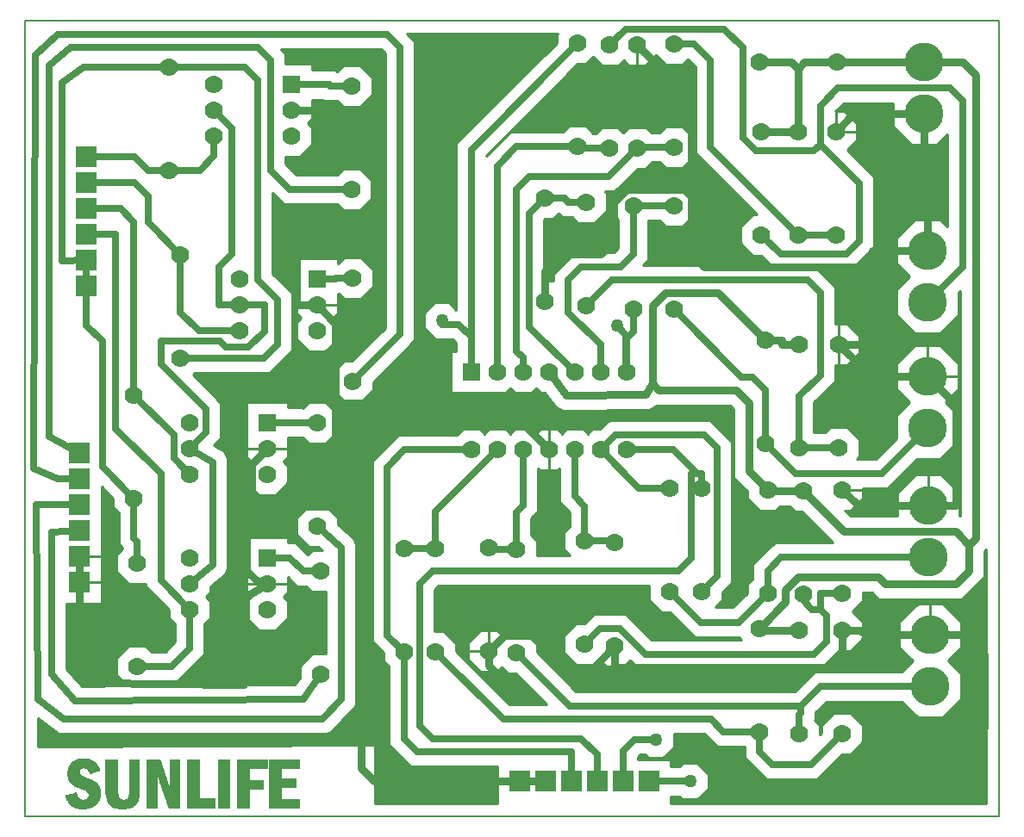
<source format=gbr>
G04 PROTEUS RS274X GERBER FILE*
%FSLAX45Y45*%
%MOMM*%
G01*
%ADD10C,0.635000*%
%ADD11C,0.762000*%
%ADD12C,1.270000*%
%ADD13C,0.762000*%
%ADD14C,0.254000*%
%ADD15C,3.810000*%
%ADD16C,1.778000*%
%ADD17R,1.778000X1.778000*%
%ADD18R,2.032000X2.032000*%
%ADD19C,0.203200*%
%ADD70C,0.063500*%
G36*
X+992272Y+3849772D02*
X+1035049Y+3806995D01*
X+1035049Y+866505D01*
X+625199Y+456655D01*
X+625199Y+375832D01*
X+506168Y+256801D01*
X+337832Y+256801D01*
X+218801Y+375832D01*
X+218801Y+544168D01*
X+337832Y+663199D01*
X+418655Y+663199D01*
X+742951Y+987495D01*
X+742951Y+3686005D01*
X+701505Y+3727451D01*
X-282407Y+3727451D01*
X-234951Y+3679995D01*
X-234951Y+3583199D01*
X+25199Y+3583199D01*
X+25199Y+3526049D01*
X+250995Y+3526049D01*
X+264995Y+3512049D01*
X+270682Y+3512049D01*
X+327832Y+3569199D01*
X+496168Y+3569199D01*
X+615199Y+3450168D01*
X+615199Y+3281832D01*
X+496168Y+3162801D01*
X+327832Y+3162801D01*
X+270682Y+3219951D01*
X+144005Y+3219951D01*
X+130005Y+3233951D01*
X+25199Y+3233951D01*
X+25199Y+3041832D01*
X-17633Y+2999000D01*
X+25199Y+2956168D01*
X+25199Y+2787832D01*
X-93832Y+2668801D01*
X-234951Y+2668801D01*
X-234951Y+2600495D01*
X-130505Y+2496049D01*
X+270682Y+2496049D01*
X+327832Y+2553199D01*
X+496168Y+2553199D01*
X+615199Y+2434168D01*
X+615199Y+2265832D01*
X+496168Y+2146801D01*
X+327832Y+2146801D01*
X+270682Y+2203951D01*
X-251495Y+2203951D01*
X-361951Y+2314407D01*
X-361951Y+1520995D01*
X-171451Y+1330495D01*
X-171451Y+765005D01*
X-388505Y+547951D01*
X-1126682Y+547951D01*
X-1146794Y+527838D01*
X-869951Y+250995D01*
X-869951Y-94494D01*
X-938004Y-162547D01*
X-841773Y-224674D01*
X-803951Y-291576D01*
X-803951Y-1372944D01*
X-832240Y-1432457D01*
X-972801Y-1550354D01*
X-972801Y-1608168D01*
X-1015633Y-1651000D01*
X-972801Y-1693832D01*
X-972801Y-1862168D01*
X-1029951Y-1919318D01*
X-1029951Y-2219495D01*
X-1296505Y-2486049D01*
X-1552682Y-2486049D01*
X-1595188Y-2528555D01*
X-141415Y-2517433D01*
X-97199Y-2448545D01*
X-97199Y-2335832D01*
X+21832Y-2216801D01*
X+163951Y-2216801D01*
X+163951Y-1607199D01*
X+21832Y-1607199D01*
X-35318Y-1550049D01*
X-123995Y-1550049D01*
X-210801Y-1463243D01*
X-210801Y-1608168D01*
X-253633Y-1651000D01*
X-210801Y-1693832D01*
X-210801Y-1862168D01*
X-329832Y-1981199D01*
X-498168Y-1981199D01*
X-617199Y-1862168D01*
X-617199Y-1693832D01*
X-574367Y-1651000D01*
X-617199Y-1608168D01*
X-617199Y-1066801D01*
X-210801Y-1066801D01*
X-210801Y-1123951D01*
X-137005Y-1123951D01*
X-19162Y-1241794D01*
X+21832Y-1200801D01*
X+123594Y-1200801D01*
X+80700Y-1163199D01*
X-8168Y-1163199D01*
X-127199Y-1044168D01*
X-127199Y-875832D01*
X-8168Y-756801D01*
X+160168Y-756801D01*
X+279199Y-875832D01*
X+279199Y-944009D01*
X+430698Y-1082082D01*
X+456049Y-1138896D01*
X+456049Y-2717260D01*
X+213400Y-2979136D01*
X+157496Y-3003549D01*
X-2463179Y-3003549D01*
X-2665540Y-2845880D01*
X-2665540Y-3129853D01*
X+640000Y-3110000D01*
X+640000Y-3685540D01*
X+1848101Y-3685540D01*
X+1848101Y-3321049D01*
X+994403Y-3321049D01*
X+781849Y-3108495D01*
X+781849Y-2340216D01*
X+724699Y-2283066D01*
X+724699Y-2202243D01*
X+615951Y-2093495D01*
X+615951Y-320505D01*
X+872505Y-63951D01*
X+1446682Y-63951D01*
X+1503832Y-6801D01*
X+1672168Y-6801D01*
X+1715000Y-49633D01*
X+1757832Y-6801D01*
X+1926168Y-6801D01*
X+1969000Y-49633D01*
X+2011832Y-6801D01*
X+2180168Y-6801D01*
X+2223000Y-49633D01*
X+2265832Y-6801D01*
X+2434168Y-6801D01*
X+2477000Y-49633D01*
X+2519832Y-6801D01*
X+2688168Y-6801D01*
X+2731000Y-49633D01*
X+2773832Y-6801D01*
X+2854655Y-6801D01*
X+2944005Y+82549D01*
X+3933995Y+82549D01*
X+4146549Y-130005D01*
X+4146549Y-1515246D01*
X+4051199Y-1610596D01*
X+4051199Y-1691419D01*
X+3983667Y-1758951D01*
X+4154505Y-1758951D01*
X+4296801Y-1616655D01*
X+4296801Y-1535832D01*
X+4353951Y-1478682D01*
X+4353951Y-1336505D01*
X+4568505Y-1121951D01*
X+5142427Y-1121951D01*
X+4837675Y-817199D01*
X+4765832Y-817199D01*
X+4715032Y-766399D01*
X+4624968Y-766399D01*
X+4584168Y-807199D01*
X+4415832Y-807199D01*
X+4296801Y-688168D01*
X+4296801Y-616325D01*
X+4165601Y-485125D01*
X+4165601Y+190875D01*
X+4127875Y+228601D01*
X+3413347Y+228601D01*
X+3408582Y+221639D01*
X+3339485Y+182462D01*
X+2485093Y+177392D01*
X+2420776Y+208912D01*
X+2309262Y+348801D01*
X+2265832Y+348801D01*
X+2223000Y+391633D01*
X+2180168Y+348801D01*
X+2011832Y+348801D01*
X+1969000Y+391633D01*
X+1926168Y+348801D01*
X+1384801Y+348801D01*
X+1384801Y+755199D01*
X+1441951Y+755199D01*
X+1441951Y+839505D01*
X+1407505Y+873951D01*
X+1239505Y+873951D01*
X+1231255Y+882201D01*
X+1226353Y+882201D01*
X+1122201Y+986353D01*
X+1122201Y+1133647D01*
X+1226353Y+1237799D01*
X+1373647Y+1237799D01*
X+1441951Y+1169495D01*
X+1441951Y+2804495D01*
X+2426801Y+3789345D01*
X+2426801Y+3870168D01*
X+2442173Y+3885540D01*
X+956504Y+3885540D01*
X+992272Y+3849772D01*
G37*
%LPC*%
G36*
X+280682Y+1622049D02*
X+275199Y+1622049D01*
X+275199Y+1673199D01*
X-131199Y+1673199D01*
X-131199Y+1131832D01*
X-88367Y+1089000D01*
X-131199Y+1046168D01*
X-131199Y+877832D01*
X-12168Y+758801D01*
X+156168Y+758801D01*
X+275199Y+877832D01*
X+275199Y+1046168D01*
X+232367Y+1089000D01*
X+275199Y+1131832D01*
X+275199Y+1323951D01*
X+286682Y+1323951D01*
X+337832Y+1272801D01*
X+506168Y+1272801D01*
X+625199Y+1391832D01*
X+625199Y+1560168D01*
X+506168Y+1679199D01*
X+337832Y+1679199D01*
X+280682Y+1622049D01*
G37*
G36*
X-617199Y-143199D02*
X-617199Y-278168D01*
X-574367Y-321000D01*
X-617199Y-363832D01*
X-617199Y-532168D01*
X-498168Y-651199D01*
X-329832Y-651199D01*
X-210801Y-532168D01*
X-210801Y-363832D01*
X-253633Y-321000D01*
X-210801Y-278168D01*
X-210801Y-86049D01*
X-191495Y-86049D01*
X-187495Y-90049D01*
X-65318Y-90049D01*
X-8168Y-147199D01*
X+160168Y-147199D01*
X+279199Y-28168D01*
X+279199Y+140168D01*
X+160168Y+259199D01*
X-8168Y+259199D01*
X-65318Y+202049D01*
X-66505Y+202049D01*
X-70505Y+206049D01*
X-210801Y+206049D01*
X-210801Y+263199D01*
X-617199Y+263199D01*
X-617199Y-143199D01*
G37*
G36*
X+1791750Y-3653151D02*
X+1791750Y-3626849D01*
X+1773151Y-3608250D01*
X+1746849Y-3608250D01*
X+1728250Y-3626849D01*
X+1728250Y-3653151D01*
X+1746849Y-3671750D01*
X+1773151Y-3671750D01*
X+1791750Y-3653151D01*
G37*
%LPD*%
G36*
X+6629399Y-1206125D02*
X+6629399Y-1460125D01*
X+6413125Y-1676399D01*
X+5588375Y-1676399D01*
X+5524875Y-1612899D01*
X+5433199Y-1612899D01*
X+5433199Y-1700168D01*
X+5335367Y-1798000D01*
X+5433199Y-1895832D01*
X+5433199Y-2064168D01*
X+5314168Y-2183199D01*
X+5198845Y-2183199D01*
X+5013495Y-2368549D01*
X+3241505Y-2368549D01*
X+3149838Y-2276882D01*
X+3084168Y-2342552D01*
X+2915832Y-2342552D01*
X+2842698Y-2269418D01*
X+2786168Y-2325948D01*
X+2617832Y-2325948D01*
X+2498801Y-2206917D01*
X+2498801Y-2038581D01*
X+2617832Y-1919550D01*
X+2698655Y-1919550D01*
X+2795754Y-1822451D01*
X+3108495Y-1822451D01*
X+3362495Y-2076451D01*
X+4245084Y-2076451D01*
X+4219682Y-2051049D01*
X+3783756Y-2051049D01*
X+3538655Y-1805948D01*
X+3457832Y-1805948D01*
X+3338801Y-1686917D01*
X+3338801Y-1543049D01*
X+1266995Y-1543049D01*
X+1225549Y-1584495D01*
X+1225549Y-1989699D01*
X+1322066Y-1989699D01*
X+1441097Y-2108730D01*
X+1441097Y-2189553D01*
X+1962995Y-2711451D01*
X+2331554Y-2711451D01*
X+2026655Y-2406552D01*
X+1945832Y-2406552D01*
X+1888000Y-2348720D01*
X+1848470Y-2388250D01*
X+1863151Y-2388250D01*
X+1881750Y-2406849D01*
X+1881750Y-2433151D01*
X+1863151Y-2451750D01*
X+1836849Y-2451750D01*
X+1818250Y-2433151D01*
X+1818250Y-2406849D01*
X+1832547Y-2392552D01*
X+1675832Y-2392552D01*
X+1556801Y-2273521D01*
X+1556801Y-2105185D01*
X+1675832Y-1986154D01*
X+1844168Y-1986154D01*
X+1902000Y-2043986D01*
X+1945832Y-2000154D01*
X+2114168Y-2000154D01*
X+2233199Y-2119185D01*
X+2233199Y-2200008D01*
X+2617642Y-2584451D01*
X+4765505Y-2584451D01*
X+4958005Y-2391951D01*
X+5814998Y-2391951D01*
X+5922949Y-2284000D01*
X+5795201Y-2156252D01*
X+5795201Y-1903748D01*
X+5973748Y-1725201D01*
X+6226252Y-1725201D01*
X+6404799Y-1903748D01*
X+6404799Y-2156252D01*
X+6277051Y-2284000D01*
X+6404799Y-2411748D01*
X+6404799Y-2664252D01*
X+6226252Y-2842799D01*
X+5973748Y-2842799D01*
X+5814998Y-2684049D01*
X+5078995Y-2684049D01*
X+4972049Y-2790995D01*
X+4972049Y-2854495D01*
X+4961956Y-2864588D01*
X+5013199Y-2915832D01*
X+5013199Y-3006257D01*
X+5026801Y-2992655D01*
X+5026801Y-2911832D01*
X+5145832Y-2792801D01*
X+5314168Y-2792801D01*
X+5433199Y-2911832D01*
X+5433199Y-3080168D01*
X+5314168Y-3199199D01*
X+5233345Y-3199199D01*
X+4984495Y-3448049D01*
X+4486505Y-3448049D01*
X+4273951Y-3235495D01*
X+4273951Y-3126049D01*
X+4003505Y-3126049D01*
X+3881005Y-3003549D01*
X+3577799Y-3003549D01*
X+3577799Y-3133647D01*
X+3473647Y-3237799D01*
X+3326353Y-3237799D01*
X+3294603Y-3206049D01*
X+3250495Y-3206049D01*
X+3226049Y-3230495D01*
X+3226049Y-3254101D01*
X+3549899Y-3254101D01*
X+3549899Y-3323951D01*
X+3634603Y-3323951D01*
X+3666353Y-3292201D01*
X+3813647Y-3292201D01*
X+3917799Y-3396353D01*
X+3917799Y-3543647D01*
X+3813647Y-3647799D01*
X+3666353Y-3647799D01*
X+3634603Y-3616049D01*
X+3549899Y-3616049D01*
X+3549899Y-3685540D01*
X+6645540Y-3685540D01*
X+6645540Y-1189984D01*
X+6629399Y-1206125D01*
G37*
%LPC*%
G36*
X+6441750Y-3173151D02*
X+6441750Y-3146849D01*
X+6423151Y-3128250D01*
X+6396849Y-3128250D01*
X+6378250Y-3146849D01*
X+6378250Y-3173151D01*
X+6396849Y-3191750D01*
X+6423151Y-3191750D01*
X+6441750Y-3173151D01*
G37*
%LPD*%
G36*
X+3304168Y+3572801D02*
X+3135832Y+3572801D01*
X+3088000Y+3620633D01*
X+3034168Y+3566801D01*
X+2865832Y+3566801D01*
X+2782000Y+3650633D01*
X+2714168Y+3582801D01*
X+2633345Y+3582801D01*
X+1734049Y+2683505D01*
X+1734049Y+2678593D01*
X+1971505Y+2916049D01*
X+2488682Y+2916049D01*
X+2545832Y+2973199D01*
X+2714168Y+2973199D01*
X+2787318Y+2900049D01*
X+2808682Y+2900049D01*
X+2865832Y+2957199D01*
X+3034168Y+2957199D01*
X+3082000Y+2909367D01*
X+3135832Y+2963199D01*
X+3304168Y+2963199D01*
X+3357318Y+2910049D01*
X+3438682Y+2910049D01*
X+3495832Y+2967199D01*
X+3664168Y+2967199D01*
X+3783199Y+2848168D01*
X+3783199Y+2679832D01*
X+3664168Y+2560801D01*
X+3495832Y+2560801D01*
X+3438682Y+2617951D01*
X+3365318Y+2617951D01*
X+3304168Y+2556801D01*
X+3223345Y+2556801D01*
X+2996995Y+2330451D01*
X+2902916Y+2330451D01*
X+2923199Y+2310168D01*
X+2923199Y+2141832D01*
X+2804168Y+2022801D01*
X+2635832Y+2022801D01*
X+2578682Y+2079951D01*
X+2479505Y+2079951D01*
X+2446662Y+2112794D01*
X+2394168Y+2060301D01*
X+2313345Y+2060301D01*
X+2305049Y+2052005D01*
X+2305049Y+1450699D01*
X+2393951Y+1450699D01*
X+2393951Y+1520995D01*
X+2606505Y+1733549D01*
X+2992505Y+1733549D01*
X+3033951Y+1774995D01*
X+3033951Y+2052182D01*
X+2976801Y+2109332D01*
X+2976801Y+2277668D01*
X+3095832Y+2396699D01*
X+3264168Y+2396699D01*
X+3321318Y+2339549D01*
X+3442682Y+2339549D01*
X+3495832Y+2392699D01*
X+3664168Y+2392699D01*
X+3783199Y+2273668D01*
X+3783199Y+2105332D01*
X+3664168Y+1986301D01*
X+3495832Y+1986301D01*
X+3434682Y+2047451D01*
X+3326049Y+2047451D01*
X+3326049Y+1654005D01*
X+3278593Y+1606549D01*
X+4532907Y+1606549D01*
X+4436655Y+1702801D01*
X+4355832Y+1702801D01*
X+4236801Y+1821832D01*
X+4236801Y+1990168D01*
X+4355832Y+2109199D01*
X+4390257Y+2109199D01*
X+3790951Y+2708505D01*
X+3790951Y+3559005D01*
X+3718662Y+3631294D01*
X+3664168Y+3576801D01*
X+3495832Y+3576801D01*
X+3402000Y+3670633D01*
X+3304168Y+3572801D01*
G37*
G36*
X+5167243Y+3119199D02*
X+5254168Y+3119199D01*
X+5373199Y+3000168D01*
X+5373199Y+2831832D01*
X+5279206Y+2737838D01*
X+5543549Y+2473495D01*
X+5543549Y+1781005D01*
X+5330995Y+1568451D01*
X+4988093Y+1568451D01*
X+5162549Y+1393995D01*
X+5162549Y+1033199D01*
X+5284168Y+1033199D01*
X+5403199Y+914168D01*
X+5403199Y+745832D01*
X+5284168Y+626801D01*
X+5162549Y+626801D01*
X+5162549Y+463505D01*
X+4956049Y+257005D01*
X+4956049Y-39951D01*
X+5058682Y-39951D01*
X+5115832Y+17199D01*
X+5284168Y+17199D01*
X+5403199Y-101832D01*
X+5403199Y-270168D01*
X+5374916Y-298451D01*
X+5563005Y-298451D01*
X+5765201Y-96255D01*
X+5765201Y+128252D01*
X+5892949Y+256000D01*
X+5765201Y+383748D01*
X+5765201Y+636252D01*
X+5943748Y+814799D01*
X+6196252Y+814799D01*
X+6374799Y+636252D01*
X+6374799Y+383748D01*
X+6247051Y+256000D01*
X+6374799Y+128252D01*
X+6374799Y-124252D01*
X+6196252Y-302799D01*
X+5971745Y-302799D01*
X+5683995Y-590549D01*
X+5433199Y-590549D01*
X+5433199Y-684168D01*
X+5389117Y-728250D01*
X+5413151Y-728250D01*
X+5431750Y-746849D01*
X+5431750Y-773151D01*
X+5413151Y-791750D01*
X+5386849Y-791750D01*
X+5368250Y-773151D01*
X+5368250Y-749117D01*
X+5314168Y-803199D01*
X+5254723Y-803199D01*
X+5313125Y-861601D01*
X+5775201Y-861601D01*
X+5775201Y-633748D01*
X+5953748Y-455201D01*
X+6206252Y-455201D01*
X+6384799Y-633748D01*
X+6384799Y-861601D01*
X+6388101Y-861601D01*
X+6388101Y+1353557D01*
X+6374799Y+1340255D01*
X+6374799Y+1115748D01*
X+6196252Y+937201D01*
X+5943748Y+937201D01*
X+5765201Y+1115748D01*
X+5765201Y+1368252D01*
X+5892949Y+1496000D01*
X+5765201Y+1623748D01*
X+5765201Y+1876252D01*
X+5943748Y+2054799D01*
X+6196252Y+2054799D01*
X+6267451Y+1983600D01*
X+6267451Y+2888400D01*
X+6166252Y+2787201D01*
X+5913748Y+2787201D01*
X+5735201Y+2965748D01*
X+5735201Y+3199951D01*
X+5247995Y+3199951D01*
X+5167243Y+3119199D01*
G37*
G36*
X+2242049Y-759500D02*
X+2242049Y-819995D01*
X+2176049Y-885995D01*
X+2176049Y-1046035D01*
X+2233199Y-1103185D01*
X+2233199Y-1250951D01*
X+2558835Y-1250951D01*
X+2498801Y-1190917D01*
X+2498801Y-1022581D01*
X+2555951Y-965431D01*
X+2555951Y-822495D01*
X+2457951Y-724495D01*
X+2457951Y-389416D01*
X+2434168Y-413199D01*
X+2265832Y-413199D01*
X+2242049Y-389416D01*
X+2242049Y-759500D01*
G37*
G36*
X-2044101Y-705899D02*
X-2044101Y-1721899D01*
X-2383951Y-1721899D01*
X-2383951Y-2364673D01*
X-2234650Y-2533447D01*
X-1791311Y-2530056D01*
X-1897199Y-2424168D01*
X-1897199Y-2255832D01*
X-1778168Y-2136801D01*
X-1609832Y-2136801D01*
X-1552682Y-2193951D01*
X-1417495Y-2193951D01*
X-1322049Y-2098505D01*
X-1322049Y-1919318D01*
X-1379199Y-1862168D01*
X-1379199Y-1781345D01*
X-1606549Y-1553994D01*
X-1606549Y-1523916D01*
X-1609832Y-1527199D01*
X-1778168Y-1527199D01*
X-1897199Y-1408168D01*
X-1897199Y-1239832D01*
X-1840049Y-1182682D01*
X-1840049Y-1169995D01*
X-1870049Y-1139995D01*
X-1870049Y-827318D01*
X-1927199Y-770168D01*
X-1927199Y-689345D01*
X-2044101Y-572443D01*
X-2044101Y-705899D01*
G37*
D10*
X+3220000Y+2760000D02*
X+2936500Y+2476500D01*
X+2159000Y+2476500D01*
X+2032000Y+2349500D01*
X+2032000Y+762500D01*
X+2096000Y+698500D01*
X+2096000Y+552000D01*
X+3220000Y+2760000D02*
X+3224000Y+2764000D01*
X+3580000Y+2764000D01*
X+2630000Y+2770000D02*
X+2032000Y+2770000D01*
X+1842000Y+2580000D01*
X+1842000Y+552000D01*
X+2630000Y+2770000D02*
X+2646000Y+2754000D01*
X+2950000Y+2754000D01*
X+4800000Y+1906000D02*
X+3937000Y+2769000D01*
X+3937000Y+3619500D01*
X+3776500Y+3780000D01*
X+3580000Y+3780000D01*
X+4800000Y+1906000D02*
X+4806000Y+1900000D01*
X+5170000Y+1900000D01*
X+5016500Y+2794000D02*
X+4953000Y+2730500D01*
X+4381500Y+2730500D01*
X+4254500Y+2857500D01*
X+4254500Y+3746500D01*
X+4072980Y+3928020D01*
X+3108020Y+3928020D01*
X+2950000Y+3770000D01*
X+5016500Y+2794000D02*
X+5016500Y+3175000D01*
X+5187500Y+3346000D01*
X+6286500Y+3346000D01*
X+6413500Y+3219000D01*
X+6413500Y+1585500D01*
X+6070000Y+1242000D01*
X+5016500Y+2794000D02*
X+5397500Y+2413000D01*
X+5397500Y+1841500D01*
X+5270500Y+1714500D01*
X+4631500Y+1714500D01*
X+4440000Y+1906000D01*
X+2310000Y+2263500D02*
X+2159000Y+2112500D01*
X+2159000Y+997000D01*
X+2604000Y+552000D01*
X+2540000Y+2226000D02*
X+2720000Y+2226000D01*
X+2310000Y+2263500D02*
X+2502500Y+2263500D01*
X+2540000Y+2226000D01*
X+3180000Y+2193500D02*
X+3180000Y+1714500D01*
X+3053000Y+1587500D01*
X+2667000Y+1587500D01*
X+2540000Y+1460500D01*
X+2540000Y+1143000D01*
X+2858000Y+825000D01*
X+2858000Y+552000D01*
X+3180000Y+2193500D02*
X+3576000Y+2193500D01*
X+3580000Y+2189500D01*
X+3112000Y+552000D02*
X+3112000Y+889000D01*
X+3180000Y+957000D01*
X+3180000Y+1177500D01*
X+4810000Y-190000D02*
X+4810000Y+317500D01*
X+5016500Y+524000D01*
X+5016500Y+1333500D01*
X+4889500Y+1460500D01*
X+2970500Y+1460500D01*
X+2720000Y+1210000D01*
X+4810000Y-190000D02*
X+4814000Y-186000D01*
X+5200000Y-186000D01*
X+4480000Y-150000D02*
X+4480000Y+381000D01*
X+4353000Y+508000D01*
X+4245500Y+508000D01*
X+3580000Y+1173500D01*
X+4480000Y-150000D02*
X+4774500Y-444500D01*
X+5623500Y-444500D01*
X+6070000Y+2000D01*
X+2702000Y-1106749D02*
X+2702000Y-762000D01*
X+2604000Y-664000D01*
X+2604000Y-210000D01*
X+2702000Y-1106749D02*
X+2702001Y-1106750D01*
X+2983397Y-1106750D01*
X+3000000Y-1123353D01*
X+2858000Y-210000D02*
X+3004500Y-63500D01*
X+3873500Y-63500D01*
X+4000500Y-190500D01*
X+4000500Y-1454751D01*
X+3848000Y-1607251D01*
X+2858000Y-210000D02*
X+3234749Y-586749D01*
X+3542000Y-586749D01*
X+3810000Y-444500D02*
X+3746500Y-444500D01*
X+3746500Y-1270000D01*
X+3619500Y-1397000D01*
X+1206500Y-1397000D01*
X+1079500Y-1524000D01*
X+1079500Y-2921000D01*
X+1206500Y-3048000D01*
X+2667000Y-3048000D01*
X+2826000Y-3207000D01*
X+2826000Y-3470000D01*
X+3810000Y-444500D02*
X+3575500Y-210000D01*
X+3112000Y-210000D01*
X+3810000Y-444500D02*
X+3848000Y-444500D01*
X+3848000Y-591251D01*
X+5016500Y-1778000D02*
X+5080000Y-1841500D01*
X+5080000Y-2095500D01*
X+4953000Y-2222500D01*
X+3302000Y-2222500D01*
X+3048000Y-1968500D01*
X+2856249Y-1968500D01*
X+2702000Y-2122749D01*
X+5016500Y-1778000D02*
X+5016500Y-1616000D01*
X+5230000Y-1616000D01*
X+5016500Y-1778000D02*
X+4938900Y-1778000D01*
X+4850000Y-1689100D01*
X+4850000Y-1630000D01*
X+4500000Y-1620000D02*
X+4500000Y-1397000D01*
X+4629000Y-1268000D01*
X+6080000Y-1268000D01*
X+4500000Y-1620000D02*
X+4215000Y-1905000D01*
X+3844251Y-1905000D01*
X+3542000Y-1602749D01*
X-178000Y+3380000D02*
X+190500Y+3380000D01*
X+204500Y+3366000D01*
X+412000Y+3366000D01*
X-1378000Y+2540000D02*
X-1079500Y+2540000D01*
X-940000Y+2679500D01*
X-940000Y+2872000D01*
X-1378000Y+2540000D02*
X-1587500Y+2540000D01*
X-1719500Y+2672000D01*
X-2190000Y+2672000D01*
X+2030000Y-1187353D02*
X+1774000Y-1187353D01*
X+1760000Y-1173353D01*
X+2030000Y-1187353D02*
X+2030000Y-825500D01*
X+2096000Y-759500D01*
X+2096000Y-210000D01*
X+1237898Y-1176898D02*
X+1237898Y-814102D01*
X+1842000Y-210000D01*
X+1237898Y-1176898D02*
X+933898Y-1176898D01*
X+927898Y-1182898D01*
X+927898Y-2198898D02*
X+927898Y-3048000D01*
X+1054898Y-3175000D01*
X+2572000Y-3175000D01*
X+2572000Y-3470000D01*
X+927898Y-2198898D02*
X+762000Y-2033000D01*
X+762000Y-381000D01*
X+933000Y-210000D01*
X+1588000Y-210000D01*
X+4420000Y-2980000D02*
X+4064000Y-2980000D01*
X+3941500Y-2857500D01*
X+1902500Y-2857500D01*
X+1237898Y-2192898D01*
X+4420000Y-2980000D02*
X+4420000Y-3175000D01*
X+4547000Y-3302000D01*
X+4924000Y-3302000D01*
X+5230000Y-2996000D01*
X+4826000Y-2730500D02*
X+2557147Y-2730500D01*
X+2030000Y-2203353D01*
X+4826000Y-2730500D02*
X+5018500Y-2538000D01*
X+6100000Y-2538000D01*
X+4826000Y-2794000D02*
X+4826000Y-2730500D01*
X+4826000Y-2794000D02*
X+4810000Y-2810000D01*
X+4810000Y-3000000D01*
X+72000Y+1470000D02*
X+254000Y+1470000D01*
X+260000Y+1476000D01*
X+422000Y+1476000D01*
X-1268000Y+1710000D02*
X-1587500Y+2029500D01*
X-1587500Y+2286000D01*
X-1719500Y+2418000D01*
X-2190000Y+2418000D01*
X-1268000Y+1710000D02*
X-1268000Y+1143000D01*
X-1087001Y+962001D01*
X-690000Y+962000D01*
X-690000Y+962001D01*
X+76000Y+56000D02*
X-127000Y+56000D01*
X-131000Y+60000D01*
X-414000Y+60000D01*
X-1724000Y+330000D02*
X-1724000Y+2032000D01*
X-1856000Y+2164000D01*
X-2190000Y+2164000D01*
X-1724000Y+330000D02*
X-1333500Y-60500D01*
X-1333500Y-290499D01*
X-1176000Y-448000D01*
X-1176000Y-447999D01*
X+106000Y-1404000D02*
X-63500Y-1404000D01*
X-197500Y-1270000D01*
X-414000Y-1270000D01*
X-1176000Y-1778000D02*
X-1460500Y-1493499D01*
X-1460500Y-444500D01*
X-1905000Y+0D01*
X-1905000Y+1910000D01*
X-2190000Y+1910000D01*
X-1176000Y-1777999D02*
X-1176000Y-1778000D01*
X-1176000Y-2159000D01*
X-1357000Y-2340000D01*
X-1694000Y-2340000D01*
D11*
X+6070000Y+510000D02*
X+6350000Y+230000D01*
X+6350000Y-760000D01*
X+3000000Y-2139353D02*
X+2789853Y-2349500D01*
X+2540000Y-2349500D01*
X+2413000Y-2222500D01*
X+2413000Y-2032000D01*
X+6080000Y-760000D02*
X+6350000Y-760000D01*
X+254000Y-762000D02*
X+254000Y-635000D01*
X+317500Y-635000D01*
X+2350000Y-210000D02*
X+1886000Y+254000D01*
X+317500Y+254000D01*
X+5230000Y-1980000D02*
X+5230000Y-2222500D01*
X+5103000Y-2349500D01*
X+3175000Y-2349500D01*
X+3000000Y-2139353D02*
X+3000000Y-2349500D01*
X+3175000Y-2349500D01*
X+2413000Y-2032000D02*
X+1917353Y-2032000D01*
X+1760000Y-2189353D01*
X+72000Y+1216000D02*
X+254000Y+1034000D01*
X+254000Y+317500D01*
X+317500Y+254000D01*
X+254000Y+190500D01*
X+254000Y-571500D01*
X+317500Y-635000D01*
X+3683000Y+2349500D02*
X+3111500Y+2349500D01*
X+2984500Y+2222500D01*
X+2984500Y+1841500D01*
X+2857500Y+1714500D01*
X+2476500Y+1714500D01*
X+2310000Y+1548000D01*
X+2310000Y+1247500D01*
X+3683000Y+2349500D02*
X+3746500Y+2286000D01*
X+3746500Y+1714500D01*
X+3873500Y+1587500D01*
X+5461000Y+1587500D01*
X+3683000Y+2349500D02*
X+3746500Y+2413000D01*
X+3746500Y+3249500D01*
X+3220000Y+3776000D01*
X+72000Y+1216000D02*
X-127000Y+1216000D01*
X-127000Y+1905000D01*
X+0Y+2032000D01*
X+508000Y+2032000D01*
X+635000Y+2159000D01*
X+635000Y+2984500D01*
X+493500Y+3126000D01*
X-178000Y+3126000D01*
X+6070000Y+510000D02*
X+5520000Y+510000D01*
X+5200000Y+830000D01*
X+6040000Y+3092000D02*
X+5346000Y+3092000D01*
X+5170000Y+2916000D01*
X-508000Y-762000D02*
X-571500Y-698500D01*
X-571500Y-351500D01*
X-414000Y-194000D01*
X+6070000Y+1750000D02*
X+5524500Y+1750000D01*
X+5524500Y+1651000D01*
X+5461000Y+1587500D01*
X+6100000Y-2030000D02*
X+5461000Y-2030000D01*
X+5411000Y-1980000D01*
X+5230000Y-1980000D01*
X+6040000Y+3092000D02*
X+6040000Y+2603500D01*
X+6070000Y+2573500D01*
X+6070000Y+1750000D01*
X+5200000Y+830000D02*
X+5402000Y+830000D01*
X+5524500Y+952500D01*
X-508000Y-762000D02*
X+254000Y-762000D01*
X+5461000Y+1587500D02*
X+5524500Y+1524000D01*
X+5524500Y+952500D01*
X-2260000Y-1506000D02*
X-2260000Y-1252000D01*
D10*
X-2190000Y+1402000D02*
X-2190000Y+1016000D01*
X-2032000Y+858000D01*
X-2032000Y-378000D01*
X-1724000Y-686000D01*
X-1378000Y+3556000D02*
X-635000Y+3556000D01*
X-508000Y+3429000D01*
X-508000Y+1460500D01*
X-317500Y+1270000D01*
X-317500Y+825500D01*
X-449000Y+694000D01*
X-1268000Y+694000D01*
X-1724000Y-686000D02*
X-1724000Y-1079500D01*
X-1694000Y-1109500D01*
X-1694000Y-1324000D01*
X-2190000Y+1656000D02*
X-2190000Y+1402000D01*
D11*
X+6040000Y+3600000D02*
X+6413500Y+3600000D01*
X+6540500Y+3473000D01*
X+6540500Y-1079500D01*
X+6477000Y-1143000D01*
X+4420000Y-1964000D02*
X+4675000Y-1709000D01*
X+4675000Y-1587500D01*
X+4802000Y-1460500D01*
X+5588000Y-1460500D01*
X+5651500Y-1524000D01*
X+6350000Y-1524000D01*
X+6477000Y-1397000D01*
X+6477000Y-1143000D01*
X+4850000Y-614000D02*
X+5250000Y-1014000D01*
X+6348000Y-1014000D01*
X+6477000Y-1143000D01*
X+4500000Y-604000D02*
X+4318000Y-422000D01*
X+4318000Y+254000D01*
X+4191000Y+381000D01*
X+3429000Y+381000D01*
X+3365500Y+444500D01*
X+4480000Y+866000D02*
X+4012500Y+1333500D01*
X+3492500Y+1333500D01*
X+3365500Y+1206500D01*
X+3365500Y+444500D01*
X+4480000Y+866000D02*
X+4635500Y+866000D01*
X+4635500Y+826000D01*
X+4810000Y+826000D01*
X+4850000Y-614000D02*
X+4510000Y-614000D01*
X+4500000Y-604000D01*
X+6040000Y+3600000D02*
X+5180000Y+3600000D01*
X+4863500Y+3600000D01*
X+4800000Y+3536500D01*
X+4800000Y+2922000D02*
X+4800000Y+3536500D01*
X+4736500Y+3600000D01*
X+4418000Y+3600000D01*
X+4800000Y+2922000D02*
X+4440000Y+2922000D01*
X+4420000Y-1964000D02*
X+4440000Y-1984000D01*
X+4810000Y-1984000D01*
D10*
X-690000Y+1216000D02*
X-889000Y+1216001D01*
X-889000Y+1587500D01*
X-762000Y+1714500D01*
X-762000Y+2948000D01*
X-940000Y+3126000D01*
X-690000Y+1216001D02*
X-690000Y+1216000D01*
X-1176000Y-1524000D02*
X-1176000Y-1523999D01*
X+1588000Y+552000D02*
X+1588000Y+900000D01*
X+1468000Y+1020000D01*
X+1300000Y+1020000D01*
X+1300000Y+1060000D01*
X+3740000Y-3470000D02*
X+3334000Y-3470000D01*
X+1588000Y+900000D02*
X+1588000Y+2744000D01*
X+2630000Y+3786000D01*
D11*
X+1760000Y-2189353D02*
X+1760000Y-2330000D01*
X+1850000Y-2420000D01*
X+1760000Y-3640000D02*
X+1760000Y-3470000D01*
X+1760000Y-3469999D01*
X+2064000Y-3470000D01*
X+2216400Y-3469999D01*
X+2318000Y-3470000D01*
X+2064000Y-3470000D02*
X+1760000Y-3469999D01*
X+1760000Y-3470000D01*
X+635000Y-3470000D01*
X+508000Y-3343000D01*
X+508000Y-825500D01*
X+317500Y-635000D01*
X+2064000Y-3470000D02*
X+2064000Y-3469999D01*
X+2216400Y-3469999D01*
X+2318000Y-3469999D01*
X+2318000Y-3470000D01*
X+3365500Y+444500D02*
X+3298867Y+334623D01*
X+2520000Y+330000D01*
X+2350000Y+552000D01*
D10*
X+3112000Y+552000D02*
X+3110000Y+640900D01*
X+3110000Y+920000D01*
X+3020000Y+1010000D01*
X+3400000Y-3060000D02*
X+3190000Y-3060000D01*
X+3080000Y-3170000D01*
X+3080000Y-3470000D01*
D11*
X+6080000Y-760000D02*
X+5400000Y-760000D01*
X+6410000Y-3160000D02*
X+6630000Y-2940000D01*
X+6630000Y-2220000D01*
X+6440000Y-2030000D01*
X+6100000Y-2030000D01*
X+5400000Y-760000D02*
X+5390000Y-760000D01*
X+5230000Y-600000D01*
D10*
X-2260000Y-490000D02*
X-2476500Y-490000D01*
X-2710000Y-390000D01*
X-2690000Y+3670000D01*
X-2476500Y+3873500D01*
X+762000Y+3873500D01*
X+889000Y+3746500D01*
X+889000Y+927000D01*
X+422000Y+460000D01*
X-2260000Y-998000D02*
X-2530000Y-1020000D01*
X-2530000Y-2420000D01*
X-2300000Y-2680000D01*
X-61313Y-2662873D01*
X+106000Y-2420000D01*
X-2260000Y-744000D02*
X-2680000Y-750000D01*
X-2666603Y-2659906D01*
X-2413000Y-2857500D01*
X+127000Y-2857500D01*
X+310000Y-2660000D01*
X+310000Y-1170000D01*
X+76000Y-960000D01*
X-690000Y+1216000D02*
X-444500Y+1216001D01*
X-444500Y+952500D01*
X-597575Y+799425D01*
X-825500Y+799425D01*
X-882651Y+856576D01*
X-1460500Y+856576D01*
X-1460500Y+635000D01*
X-1016000Y+190500D01*
X-1016000Y-33999D01*
X-1176000Y-193999D01*
X-1176000Y-194000D01*
X-950000Y-330000D01*
X-950000Y-1340000D01*
X-1176000Y-1524000D01*
D11*
X-414000Y-1524000D02*
X-482600Y-1524000D01*
X-617199Y-1400000D01*
X-620000Y-850000D01*
X-508000Y-762000D01*
X-2260000Y-1506000D02*
X-2260000Y-2349500D01*
X-2109175Y-2500325D01*
X-699987Y-2521706D01*
X-639837Y-2521246D01*
X-630000Y-1650000D01*
X-414000Y-1524000D01*
D10*
X-2260000Y-236000D02*
X-2560000Y-80000D01*
X-2560000Y+3570000D01*
X-2349500Y+3746500D01*
X-508000Y+3746500D01*
X-381000Y+3619500D01*
X-381000Y+2540000D01*
X-191000Y+2350000D01*
X+412000Y+2350000D01*
X-2190000Y+1656000D02*
X-2430000Y+1650000D01*
X-2430000Y+3400000D01*
X-2222500Y+3556000D01*
X-1378000Y+3556000D01*
D12*
X+1300000Y+1060000D03*
X+3740000Y-3470000D03*
D13*
X+1850000Y-2420000D03*
X+1760000Y-3640000D03*
D12*
X+3020000Y+1010000D03*
X+3400000Y-3060000D03*
D13*
X+5400000Y-760000D03*
X+6410000Y-3160000D03*
D14*
X+992272Y+3849772D02*
X+1035049Y+3806995D01*
X+1035049Y+866505D01*
X+625199Y+456655D01*
X+625199Y+375832D01*
X+506168Y+256801D01*
X+337832Y+256801D01*
X+218801Y+375832D01*
X+218801Y+544168D01*
X+337832Y+663199D01*
X+418655Y+663199D01*
X+742951Y+987495D01*
X+742951Y+3686005D01*
X+701505Y+3727451D01*
X-282407Y+3727451D01*
X-234951Y+3679995D01*
X-234951Y+3583199D01*
X+25199Y+3583199D01*
X+25199Y+3526049D01*
X+250995Y+3526049D01*
X+264995Y+3512049D01*
X+270682Y+3512049D01*
X+327832Y+3569199D01*
X+496168Y+3569199D01*
X+615199Y+3450168D01*
X+615199Y+3281832D01*
X+496168Y+3162801D01*
X+327832Y+3162801D01*
X+270682Y+3219951D01*
X+144005Y+3219951D01*
X+130005Y+3233951D01*
X+25199Y+3233951D01*
X+25199Y+3041832D01*
X-17633Y+2999000D01*
X+25199Y+2956168D01*
X+25199Y+2787832D01*
X-93832Y+2668801D01*
X-234951Y+2668801D01*
X-234951Y+2600495D01*
X-130505Y+2496049D01*
X+270682Y+2496049D01*
X+327832Y+2553199D01*
X+496168Y+2553199D01*
X+615199Y+2434168D01*
X+615199Y+2265832D01*
X+496168Y+2146801D01*
X+327832Y+2146801D01*
X+270682Y+2203951D01*
X-251495Y+2203951D01*
X-361951Y+2314407D01*
X-361951Y+1520995D01*
X-171451Y+1330495D01*
X-171451Y+765005D01*
X-388505Y+547951D01*
X-1126682Y+547951D01*
X-1146794Y+527838D01*
X-869951Y+250995D01*
X-869951Y-94494D01*
X-938004Y-162547D01*
X-841773Y-224674D01*
X-803951Y-291576D01*
X-803951Y-1372944D01*
X-832240Y-1432457D01*
X-972801Y-1550354D01*
X-972801Y-1608168D01*
X-1015633Y-1651000D01*
X-972801Y-1693832D01*
X-972801Y-1862168D01*
X-1029951Y-1919318D01*
X-1029951Y-2219495D01*
X-1296505Y-2486049D01*
X-1552682Y-2486049D01*
X-1595188Y-2528555D01*
X-141415Y-2517433D01*
X-97199Y-2448545D01*
X-97199Y-2335832D01*
X+21832Y-2216801D01*
X+163951Y-2216801D01*
X+163951Y-1607199D01*
X+21832Y-1607199D01*
X-35318Y-1550049D01*
X-123995Y-1550049D01*
X-210801Y-1463243D01*
X-210801Y-1608168D01*
X-253633Y-1651000D01*
X-210801Y-1693832D01*
X-210801Y-1862168D01*
X-329832Y-1981199D01*
X-498168Y-1981199D01*
X-617199Y-1862168D01*
X-617199Y-1693832D01*
X-574367Y-1651000D01*
X-617199Y-1608168D01*
X-617199Y-1066801D01*
X-210801Y-1066801D01*
X-210801Y-1123951D01*
X-137005Y-1123951D01*
X-19162Y-1241794D01*
X+21832Y-1200801D01*
X+123594Y-1200801D01*
X+80700Y-1163199D01*
X-8168Y-1163199D01*
X-127199Y-1044168D01*
X-127199Y-875832D01*
X-8168Y-756801D01*
X+160168Y-756801D01*
X+279199Y-875832D01*
X+279199Y-944009D01*
X+430698Y-1082082D01*
X+456049Y-1138896D01*
X+456049Y-2717260D01*
X+213400Y-2979136D01*
X+157496Y-3003549D01*
X-2463179Y-3003549D01*
X-2665540Y-2845880D01*
X-2665540Y-3129853D01*
X+640000Y-3110000D01*
X+640000Y-3685540D01*
X+1848101Y-3685540D01*
X+1848101Y-3321049D01*
X+994403Y-3321049D01*
X+781849Y-3108495D01*
X+781849Y-2340216D01*
X+724699Y-2283066D01*
X+724699Y-2202243D01*
X+615951Y-2093495D01*
X+615951Y-320505D01*
X+872505Y-63951D01*
X+1446682Y-63951D01*
X+1503832Y-6801D01*
X+1672168Y-6801D01*
X+1715000Y-49633D01*
X+1757832Y-6801D01*
X+1926168Y-6801D01*
X+1969000Y-49633D01*
X+2011832Y-6801D01*
X+2180168Y-6801D01*
X+2223000Y-49633D01*
X+2265832Y-6801D01*
X+2434168Y-6801D01*
X+2477000Y-49633D01*
X+2519832Y-6801D01*
X+2688168Y-6801D01*
X+2731000Y-49633D01*
X+2773832Y-6801D01*
X+2854655Y-6801D01*
X+2944005Y+82549D01*
X+3933995Y+82549D01*
X+4146549Y-130005D01*
X+4146549Y-1515246D01*
X+4051199Y-1610596D01*
X+4051199Y-1691419D01*
X+3983667Y-1758951D01*
X+4154505Y-1758951D01*
X+4296801Y-1616655D01*
X+4296801Y-1535832D01*
X+4353951Y-1478682D01*
X+4353951Y-1336505D01*
X+4568505Y-1121951D01*
X+5142427Y-1121951D01*
X+4837675Y-817199D01*
X+4765832Y-817199D01*
X+4715032Y-766399D01*
X+4624968Y-766399D01*
X+4584168Y-807199D01*
X+4415832Y-807199D01*
X+4296801Y-688168D01*
X+4296801Y-616325D01*
X+4165601Y-485125D01*
X+4165601Y+190875D01*
X+4127875Y+228601D01*
X+3413347Y+228601D01*
X+3408582Y+221639D01*
X+3339485Y+182462D01*
X+2485093Y+177392D01*
X+2420776Y+208912D01*
X+2309262Y+348801D01*
X+2265832Y+348801D01*
X+2223000Y+391633D01*
X+2180168Y+348801D01*
X+2011832Y+348801D01*
X+1969000Y+391633D01*
X+1926168Y+348801D01*
X+1384801Y+348801D01*
X+1384801Y+755199D01*
X+1441951Y+755199D01*
X+1441951Y+839505D01*
X+1407505Y+873951D01*
X+1239505Y+873951D01*
X+1231255Y+882201D01*
X+1226353Y+882201D01*
X+1122201Y+986353D01*
X+1122201Y+1133647D01*
X+1226353Y+1237799D01*
X+1373647Y+1237799D01*
X+1441951Y+1169495D01*
X+1441951Y+2804495D01*
X+2426801Y+3789345D01*
X+2426801Y+3870168D01*
X+2442173Y+3885540D01*
X+956504Y+3885540D01*
X+992272Y+3849772D01*
X+280682Y+1622049D02*
X+275199Y+1622049D01*
X+275199Y+1673199D01*
X-131199Y+1673199D01*
X-131199Y+1131832D01*
X-88367Y+1089000D01*
X-131199Y+1046168D01*
X-131199Y+877832D01*
X-12168Y+758801D01*
X+156168Y+758801D01*
X+275199Y+877832D01*
X+275199Y+1046168D01*
X+232367Y+1089000D01*
X+275199Y+1131832D01*
X+275199Y+1323951D01*
X+286682Y+1323951D01*
X+337832Y+1272801D01*
X+506168Y+1272801D01*
X+625199Y+1391832D01*
X+625199Y+1560168D01*
X+506168Y+1679199D01*
X+337832Y+1679199D01*
X+280682Y+1622049D01*
X-617199Y-143199D02*
X-617199Y-278168D01*
X-574367Y-321000D01*
X-617199Y-363832D01*
X-617199Y-532168D01*
X-498168Y-651199D01*
X-329832Y-651199D01*
X-210801Y-532168D01*
X-210801Y-363832D01*
X-253633Y-321000D01*
X-210801Y-278168D01*
X-210801Y-86049D01*
X-191495Y-86049D01*
X-187495Y-90049D01*
X-65318Y-90049D01*
X-8168Y-147199D01*
X+160168Y-147199D01*
X+279199Y-28168D01*
X+279199Y+140168D01*
X+160168Y+259199D01*
X-8168Y+259199D01*
X-65318Y+202049D01*
X-66505Y+202049D01*
X-70505Y+206049D01*
X-210801Y+206049D01*
X-210801Y+263199D01*
X-617199Y+263199D01*
X-617199Y-143199D01*
X+1791750Y-3653151D02*
X+1791750Y-3626849D01*
X+1773151Y-3608250D01*
X+1746849Y-3608250D01*
X+1728250Y-3626849D01*
X+1728250Y-3653151D01*
X+1746849Y-3671750D01*
X+1773151Y-3671750D01*
X+1791750Y-3653151D01*
X+6629399Y-1206125D02*
X+6629399Y-1460125D01*
X+6413125Y-1676399D01*
X+5588375Y-1676399D01*
X+5524875Y-1612899D01*
X+5433199Y-1612899D01*
X+5433199Y-1700168D01*
X+5335367Y-1798000D01*
X+5433199Y-1895832D01*
X+5433199Y-2064168D01*
X+5314168Y-2183199D01*
X+5198845Y-2183199D01*
X+5013495Y-2368549D01*
X+3241505Y-2368549D01*
X+3149838Y-2276882D01*
X+3084168Y-2342552D01*
X+2915832Y-2342552D01*
X+2842698Y-2269418D01*
X+2786168Y-2325948D01*
X+2617832Y-2325948D01*
X+2498801Y-2206917D01*
X+2498801Y-2038581D01*
X+2617832Y-1919550D01*
X+2698655Y-1919550D01*
X+2795754Y-1822451D01*
X+3108495Y-1822451D01*
X+3362495Y-2076451D01*
X+4245084Y-2076451D01*
X+4219682Y-2051049D01*
X+3783756Y-2051049D01*
X+3538655Y-1805948D01*
X+3457832Y-1805948D01*
X+3338801Y-1686917D01*
X+3338801Y-1543049D01*
X+1266995Y-1543049D01*
X+1225549Y-1584495D01*
X+1225549Y-1989699D01*
X+1322066Y-1989699D01*
X+1441097Y-2108730D01*
X+1441097Y-2189553D01*
X+1962995Y-2711451D01*
X+2331554Y-2711451D01*
X+2026655Y-2406552D01*
X+1945832Y-2406552D01*
X+1888000Y-2348720D01*
X+1848470Y-2388250D01*
X+1863151Y-2388250D01*
X+1881750Y-2406849D01*
X+1881750Y-2433151D01*
X+1863151Y-2451750D01*
X+1836849Y-2451750D01*
X+1818250Y-2433151D01*
X+1818250Y-2406849D01*
X+1832547Y-2392552D01*
X+1675832Y-2392552D01*
X+1556801Y-2273521D01*
X+1556801Y-2105185D01*
X+1675832Y-1986154D01*
X+1844168Y-1986154D01*
X+1902000Y-2043986D01*
X+1945832Y-2000154D01*
X+2114168Y-2000154D01*
X+2233199Y-2119185D01*
X+2233199Y-2200008D01*
X+2617642Y-2584451D01*
X+4765505Y-2584451D01*
X+4958005Y-2391951D01*
X+5814998Y-2391951D01*
X+5922949Y-2284000D01*
X+5795201Y-2156252D01*
X+5795201Y-1903748D01*
X+5973748Y-1725201D01*
X+6226252Y-1725201D01*
X+6404799Y-1903748D01*
X+6404799Y-2156252D01*
X+6277051Y-2284000D01*
X+6404799Y-2411748D01*
X+6404799Y-2664252D01*
X+6226252Y-2842799D01*
X+5973748Y-2842799D01*
X+5814998Y-2684049D01*
X+5078995Y-2684049D01*
X+4972049Y-2790995D01*
X+4972049Y-2854495D01*
X+4961956Y-2864588D01*
X+5013199Y-2915832D01*
X+5013199Y-3006257D01*
X+5026801Y-2992655D01*
X+5026801Y-2911832D01*
X+5145832Y-2792801D01*
X+5314168Y-2792801D01*
X+5433199Y-2911832D01*
X+5433199Y-3080168D01*
X+5314168Y-3199199D01*
X+5233345Y-3199199D01*
X+4984495Y-3448049D01*
X+4486505Y-3448049D01*
X+4273951Y-3235495D01*
X+4273951Y-3126049D01*
X+4003505Y-3126049D01*
X+3881005Y-3003549D01*
X+3577799Y-3003549D01*
X+3577799Y-3133647D01*
X+3473647Y-3237799D01*
X+3326353Y-3237799D01*
X+3294603Y-3206049D01*
X+3250495Y-3206049D01*
X+3226049Y-3230495D01*
X+3226049Y-3254101D01*
X+3549899Y-3254101D01*
X+3549899Y-3323951D01*
X+3634603Y-3323951D01*
X+3666353Y-3292201D01*
X+3813647Y-3292201D01*
X+3917799Y-3396353D01*
X+3917799Y-3543647D01*
X+3813647Y-3647799D01*
X+3666353Y-3647799D01*
X+3634603Y-3616049D01*
X+3549899Y-3616049D01*
X+3549899Y-3685540D01*
X+6645540Y-3685540D01*
X+6645540Y-1189984D01*
X+6629399Y-1206125D01*
X+6441750Y-3173151D02*
X+6441750Y-3146849D01*
X+6423151Y-3128250D01*
X+6396849Y-3128250D01*
X+6378250Y-3146849D01*
X+6378250Y-3173151D01*
X+6396849Y-3191750D01*
X+6423151Y-3191750D01*
X+6441750Y-3173151D01*
X+3304168Y+3572801D02*
X+3135832Y+3572801D01*
X+3088000Y+3620633D01*
X+3034168Y+3566801D01*
X+2865832Y+3566801D01*
X+2782000Y+3650633D01*
X+2714168Y+3582801D01*
X+2633345Y+3582801D01*
X+1734049Y+2683505D01*
X+1734049Y+2678593D01*
X+1971505Y+2916049D01*
X+2488682Y+2916049D01*
X+2545832Y+2973199D01*
X+2714168Y+2973199D01*
X+2787318Y+2900049D01*
X+2808682Y+2900049D01*
X+2865832Y+2957199D01*
X+3034168Y+2957199D01*
X+3082000Y+2909367D01*
X+3135832Y+2963199D01*
X+3304168Y+2963199D01*
X+3357318Y+2910049D01*
X+3438682Y+2910049D01*
X+3495832Y+2967199D01*
X+3664168Y+2967199D01*
X+3783199Y+2848168D01*
X+3783199Y+2679832D01*
X+3664168Y+2560801D01*
X+3495832Y+2560801D01*
X+3438682Y+2617951D01*
X+3365318Y+2617951D01*
X+3304168Y+2556801D01*
X+3223345Y+2556801D01*
X+2996995Y+2330451D01*
X+2902916Y+2330451D01*
X+2923199Y+2310168D01*
X+2923199Y+2141832D01*
X+2804168Y+2022801D01*
X+2635832Y+2022801D01*
X+2578682Y+2079951D01*
X+2479505Y+2079951D01*
X+2446662Y+2112794D01*
X+2394168Y+2060301D01*
X+2313345Y+2060301D01*
X+2305049Y+2052005D01*
X+2305049Y+1450699D01*
X+2393951Y+1450699D01*
X+2393951Y+1520995D01*
X+2606505Y+1733549D01*
X+2992505Y+1733549D01*
X+3033951Y+1774995D01*
X+3033951Y+2052182D01*
X+2976801Y+2109332D01*
X+2976801Y+2277668D01*
X+3095832Y+2396699D01*
X+3264168Y+2396699D01*
X+3321318Y+2339549D01*
X+3442682Y+2339549D01*
X+3495832Y+2392699D01*
X+3664168Y+2392699D01*
X+3783199Y+2273668D01*
X+3783199Y+2105332D01*
X+3664168Y+1986301D01*
X+3495832Y+1986301D01*
X+3434682Y+2047451D01*
X+3326049Y+2047451D01*
X+3326049Y+1654005D01*
X+3278593Y+1606549D01*
X+4532907Y+1606549D01*
X+4436655Y+1702801D01*
X+4355832Y+1702801D01*
X+4236801Y+1821832D01*
X+4236801Y+1990168D01*
X+4355832Y+2109199D01*
X+4390257Y+2109199D01*
X+3790951Y+2708505D01*
X+3790951Y+3559005D01*
X+3718662Y+3631294D01*
X+3664168Y+3576801D01*
X+3495832Y+3576801D01*
X+3402000Y+3670633D01*
X+3304168Y+3572801D01*
X+5167243Y+3119199D02*
X+5254168Y+3119199D01*
X+5373199Y+3000168D01*
X+5373199Y+2831832D01*
X+5279206Y+2737838D01*
X+5543549Y+2473495D01*
X+5543549Y+1781005D01*
X+5330995Y+1568451D01*
X+4988093Y+1568451D01*
X+5162549Y+1393995D01*
X+5162549Y+1033199D01*
X+5284168Y+1033199D01*
X+5403199Y+914168D01*
X+5403199Y+745832D01*
X+5284168Y+626801D01*
X+5162549Y+626801D01*
X+5162549Y+463505D01*
X+4956049Y+257005D01*
X+4956049Y-39951D01*
X+5058682Y-39951D01*
X+5115832Y+17199D01*
X+5284168Y+17199D01*
X+5403199Y-101832D01*
X+5403199Y-270168D01*
X+5374916Y-298451D01*
X+5563005Y-298451D01*
X+5765201Y-96255D01*
X+5765201Y+128252D01*
X+5892949Y+256000D01*
X+5765201Y+383748D01*
X+5765201Y+636252D01*
X+5943748Y+814799D01*
X+6196252Y+814799D01*
X+6374799Y+636252D01*
X+6374799Y+383748D01*
X+6247051Y+256000D01*
X+6374799Y+128252D01*
X+6374799Y-124252D01*
X+6196252Y-302799D01*
X+5971745Y-302799D01*
X+5683995Y-590549D01*
X+5433199Y-590549D01*
X+5433199Y-684168D01*
X+5389117Y-728250D01*
X+5413151Y-728250D01*
X+5431750Y-746849D01*
X+5431750Y-773151D01*
X+5413151Y-791750D01*
X+5386849Y-791750D01*
X+5368250Y-773151D01*
X+5368250Y-749117D01*
X+5314168Y-803199D01*
X+5254723Y-803199D01*
X+5313125Y-861601D01*
X+5775201Y-861601D01*
X+5775201Y-633748D01*
X+5953748Y-455201D01*
X+6206252Y-455201D01*
X+6384799Y-633748D01*
X+6384799Y-861601D01*
X+6388101Y-861601D01*
X+6388101Y+1353557D01*
X+6374799Y+1340255D01*
X+6374799Y+1115748D01*
X+6196252Y+937201D01*
X+5943748Y+937201D01*
X+5765201Y+1115748D01*
X+5765201Y+1368252D01*
X+5892949Y+1496000D01*
X+5765201Y+1623748D01*
X+5765201Y+1876252D01*
X+5943748Y+2054799D01*
X+6196252Y+2054799D01*
X+6267451Y+1983600D01*
X+6267451Y+2888400D01*
X+6166252Y+2787201D01*
X+5913748Y+2787201D01*
X+5735201Y+2965748D01*
X+5735201Y+3199951D01*
X+5247995Y+3199951D01*
X+5167243Y+3119199D01*
X+2242049Y-759500D02*
X+2242049Y-819995D01*
X+2176049Y-885995D01*
X+2176049Y-1046035D01*
X+2233199Y-1103185D01*
X+2233199Y-1250951D01*
X+2558835Y-1250951D01*
X+2498801Y-1190917D01*
X+2498801Y-1022581D01*
X+2555951Y-965431D01*
X+2555951Y-822495D01*
X+2457951Y-724495D01*
X+2457951Y-389416D01*
X+2434168Y-413199D01*
X+2265832Y-413199D01*
X+2242049Y-389416D01*
X+2242049Y-759500D01*
X-2044101Y-705899D02*
X-2044101Y-1721899D01*
X-2383951Y-1721899D01*
X-2383951Y-2364673D01*
X-2234650Y-2533447D01*
X-1791311Y-2530056D01*
X-1897199Y-2424168D01*
X-1897199Y-2255832D01*
X-1778168Y-2136801D01*
X-1609832Y-2136801D01*
X-1552682Y-2193951D01*
X-1417495Y-2193951D01*
X-1322049Y-2098505D01*
X-1322049Y-1919318D01*
X-1379199Y-1862168D01*
X-1379199Y-1781345D01*
X-1606549Y-1553994D01*
X-1606549Y-1523916D01*
X-1609832Y-1527199D01*
X-1778168Y-1527199D01*
X-1897199Y-1408168D01*
X-1897199Y-1239832D01*
X-1840049Y-1182682D01*
X-1840049Y-1169995D01*
X-1870049Y-1139995D01*
X-1870049Y-827318D01*
X-1927199Y-770168D01*
X-1927199Y-689345D01*
X-2044101Y-572443D01*
X-2044101Y-705899D01*
X+5735201Y+3092000D02*
X+6040000Y+3092000D01*
X+6040000Y+2787201D02*
X+6040000Y+3092000D01*
X+2350000Y-6801D02*
X+2350000Y-210000D01*
X+2350000Y-413199D02*
X+2350000Y-210000D01*
X+5765201Y+1750000D02*
X+6070000Y+1750000D01*
X+6070000Y+2054799D02*
X+6070000Y+1750000D01*
X+6374799Y+510000D02*
X+6070000Y+510000D01*
X+5765201Y+510000D02*
X+6070000Y+510000D01*
X+6070000Y+814799D02*
X+6070000Y+510000D01*
X+6384799Y-760000D02*
X+6080000Y-760000D01*
X+5775201Y-760000D02*
X+6080000Y-760000D01*
X+6080000Y-455201D02*
X+6080000Y-760000D01*
X+6404799Y-2030000D02*
X+6100000Y-2030000D01*
X+5795201Y-2030000D02*
X+6100000Y-2030000D01*
X+6100000Y-1725201D02*
X+6100000Y-2030000D01*
X+1848101Y-3470000D02*
X+2064000Y-3470000D01*
X+5170000Y+3119199D02*
X+5170000Y+2916000D01*
X+5373199Y+2916000D02*
X+5170000Y+2916000D01*
X+5200000Y+1033199D02*
X+5200000Y+830000D01*
X+5200000Y+626801D02*
X+5200000Y+830000D01*
X+5403199Y+830000D02*
X+5200000Y+830000D01*
X+5433199Y-600000D02*
X+5230000Y-600000D01*
X+5230000Y-2183199D02*
X+5230000Y-1980000D01*
X+5433199Y-1980000D02*
X+5230000Y-1980000D01*
X+1760000Y-1986154D02*
X+1760000Y-2189353D01*
X+1760000Y-2392552D02*
X+1760000Y-2189353D01*
X+1556801Y-2189353D02*
X+1760000Y-2189353D01*
X+3220000Y+3572801D02*
X+3220000Y+3776000D01*
X+2310000Y+1450699D02*
X+2310000Y+1247500D01*
X+3000000Y-2342552D02*
X+3000000Y-2139353D01*
X+25199Y+3126000D02*
X-178000Y+3126000D01*
X-2260000Y-1721899D02*
X-2260000Y-1506000D01*
X-2044101Y-1506000D02*
X-2260000Y-1506000D01*
X-2044101Y-1252000D02*
X-2260000Y-1252000D01*
X+275199Y+1216000D02*
X+72000Y+1216000D01*
X-131199Y+1216000D02*
X+72000Y+1216000D01*
X-210801Y-194000D02*
X-414000Y-194000D01*
X-617199Y-194000D02*
X-414000Y-194000D01*
X-210801Y-1524000D02*
X-414000Y-1524000D01*
X-617199Y-1524000D02*
X-414000Y-1524000D01*
D15*
X+6040000Y+3092000D03*
X+6040000Y+3600000D03*
D16*
X+5180000Y+3600000D03*
X+4418000Y+3600000D03*
D17*
X+1588000Y+552000D03*
D16*
X+1842000Y+552000D03*
X+2096000Y+552000D03*
X+2350000Y+552000D03*
X+2604000Y+552000D03*
X+2858000Y+552000D03*
X+3112000Y+552000D03*
X+3112000Y-210000D03*
X+2858000Y-210000D03*
X+2604000Y-210000D03*
X+2350000Y-210000D03*
X+2096000Y-210000D03*
X+1842000Y-210000D03*
X+1588000Y-210000D03*
D15*
X+6070000Y+1242000D03*
X+6070000Y+1750000D03*
X+6070000Y+2000D03*
X+6070000Y+510000D03*
D18*
X-2190000Y+2672000D03*
X-2190000Y+2418000D03*
X-2190000Y+2164000D03*
X-2190000Y+1910000D03*
X-2190000Y+1656000D03*
X-2190000Y+1402000D03*
D15*
X+6080000Y-1268000D03*
X+6080000Y-760000D03*
X+6100000Y-2538000D03*
X+6100000Y-2030000D03*
D18*
X+3334000Y-3470000D03*
X+3080000Y-3470000D03*
X+2826000Y-3470000D03*
X+2572000Y-3470000D03*
X+2318000Y-3470000D03*
X+2064000Y-3470000D03*
D16*
X+4800000Y+1906000D03*
X+4800000Y+2922000D03*
X+4440000Y+1906000D03*
X+4440000Y+2922000D03*
X+5170000Y+2916000D03*
X+5170000Y+1900000D03*
X+4480000Y-150000D03*
X+4480000Y+866000D03*
X+5200000Y+830000D03*
X+5200000Y-186000D03*
X+2720000Y+1210000D03*
X+2720000Y+2226000D03*
X+4850000Y-1630000D03*
X+4850000Y-614000D03*
X+4500000Y-1620000D03*
X+4500000Y-604000D03*
X+5230000Y-600000D03*
X+5230000Y-1616000D03*
X+4420000Y-2980000D03*
X+4420000Y-1964000D03*
X+4810000Y-3000000D03*
X+4810000Y-1984000D03*
X+5230000Y-1980000D03*
X+5230000Y-2996000D03*
X+2030000Y-2203353D03*
X+2030000Y-1187353D03*
X+1237898Y-2192898D03*
X+1237898Y-1176898D03*
X+1760000Y-1173353D03*
X+1760000Y-2189353D03*
X+927898Y-1182898D03*
X+927898Y-2198898D03*
X+3580000Y+3780000D03*
X+3580000Y+2764000D03*
X+2950000Y+3770000D03*
X+2950000Y+2754000D03*
X+3220000Y+2760000D03*
X+3220000Y+3776000D03*
X+2630000Y+2770000D03*
X+2630000Y+3786000D03*
X+4810000Y-190000D03*
X+4810000Y+826000D03*
X+3580000Y+1173500D03*
X+3580000Y+2189500D03*
X+2310000Y+2263500D03*
X+2310000Y+1247500D03*
X+3180000Y+2193500D03*
X+3180000Y+1177500D03*
X+2702000Y-2122749D03*
X+2702000Y-1106749D03*
X+3542000Y-1602749D03*
X+3542000Y-586749D03*
X+3000000Y-1123353D03*
X+3000000Y-2139353D03*
X+3848000Y-1607251D03*
X+3848000Y-591251D03*
D17*
X-178000Y+3380000D03*
D16*
X-178000Y+3126000D03*
X-178000Y+2872000D03*
X-940000Y+2872000D03*
X-940000Y+3126000D03*
X-940000Y+3380000D03*
D18*
X-2260000Y-1506000D03*
X-2260000Y-1252000D03*
X-2260000Y-998000D03*
X-2260000Y-744000D03*
X-2260000Y-490000D03*
X-2260000Y-236000D03*
D16*
X+412000Y+2350000D03*
X+412000Y+3366000D03*
X-1378000Y+2540000D03*
X-1378000Y+3556000D03*
X+422000Y+460000D03*
X+422000Y+1476000D03*
D17*
X+72000Y+1470000D03*
D16*
X+72000Y+1216000D03*
X+72000Y+962000D03*
X-690000Y+962000D03*
X-690000Y+1216000D03*
X-690000Y+1470000D03*
D17*
X-414000Y+60000D03*
D16*
X-414000Y-194000D03*
X-414000Y-448000D03*
X-1176000Y-448000D03*
X-1176000Y-194000D03*
X-1176000Y+60000D03*
D17*
X-414000Y-1270000D03*
D16*
X-414000Y-1524000D03*
X-414000Y-1778000D03*
X-1176000Y-1778000D03*
X-1176000Y-1524000D03*
X-1176000Y-1270000D03*
X-1268000Y+1710000D03*
X-1268000Y+694000D03*
X+76000Y-960000D03*
X+76000Y+56000D03*
X-1724000Y+330000D03*
X-1724000Y-686000D03*
X+106000Y-2420000D03*
X+106000Y-1404000D03*
X-1694000Y-2340000D03*
X-1694000Y-1324000D03*
D19*
X-2790000Y-3810000D02*
X+6770000Y-3810000D01*
X+6770000Y+4010000D01*
X-2790000Y+4010000D01*
X-2790000Y-3810000D01*
D70*
X-2267760Y-3736590D02*
X-2196640Y-3736590D01*
X-1881680Y-3736590D02*
X-1800400Y-3736590D01*
X-2288080Y-3731510D02*
X-2171240Y-3731510D01*
X-1902000Y-3731510D02*
X-1775000Y-3731510D01*
X-2303320Y-3726430D02*
X-2156000Y-3726430D01*
X-1922320Y-3726430D02*
X-1759760Y-3726430D01*
X-1597200Y-3726430D02*
X-1500680Y-3726430D01*
X-1383840Y-3726430D02*
X-1277160Y-3726430D01*
X-1200960Y-3726430D02*
X-931720Y-3726430D01*
X-901240Y-3726430D02*
X-784400Y-3726430D01*
X-708200Y-3726430D02*
X-591360Y-3726430D01*
X-398320Y-3726430D02*
X-98600Y-3726430D01*
X-2313480Y-3721350D02*
X-2140760Y-3721350D01*
X-1932480Y-3721350D02*
X-1749600Y-3721350D01*
X-1597200Y-3721350D02*
X-1500680Y-3721350D01*
X-1383840Y-3721350D02*
X-1277160Y-3721350D01*
X-1200960Y-3721350D02*
X-931720Y-3721350D01*
X-901240Y-3721350D02*
X-784400Y-3721350D01*
X-708200Y-3721350D02*
X-591360Y-3721350D01*
X-398320Y-3721350D02*
X-98600Y-3721350D01*
X-2323640Y-3716270D02*
X-2130600Y-3716270D01*
X-1942640Y-3716270D02*
X-1739440Y-3716270D01*
X-1597200Y-3716270D02*
X-1500680Y-3716270D01*
X-1388920Y-3716270D02*
X-1277160Y-3716270D01*
X-1200960Y-3716270D02*
X-931720Y-3716270D01*
X-901240Y-3716270D02*
X-784400Y-3716270D01*
X-708200Y-3716270D02*
X-591360Y-3716270D01*
X-398320Y-3716270D02*
X-98600Y-3716270D01*
X-2333800Y-3711190D02*
X-2125520Y-3711190D01*
X-1947720Y-3711190D02*
X-1734360Y-3711190D01*
X-1597200Y-3711190D02*
X-1500680Y-3711190D01*
X-1388920Y-3711190D02*
X-1277160Y-3711190D01*
X-1200960Y-3711190D02*
X-931720Y-3711190D01*
X-901240Y-3711190D02*
X-784400Y-3711190D01*
X-708200Y-3711190D02*
X-591360Y-3711190D01*
X-398320Y-3711190D02*
X-98600Y-3711190D01*
X-2338880Y-3706110D02*
X-2115360Y-3706110D01*
X-1952800Y-3706110D02*
X-1729280Y-3706110D01*
X-1597200Y-3706110D02*
X-1500680Y-3706110D01*
X-1388920Y-3706110D02*
X-1277160Y-3706110D01*
X-1200960Y-3706110D02*
X-931720Y-3706110D01*
X-901240Y-3706110D02*
X-784400Y-3706110D01*
X-708200Y-3706110D02*
X-591360Y-3706110D01*
X-398320Y-3706110D02*
X-98600Y-3706110D01*
X-2343960Y-3701030D02*
X-2110280Y-3701030D01*
X-1957880Y-3701030D02*
X-1719120Y-3701030D01*
X-1597200Y-3701030D02*
X-1500680Y-3701030D01*
X-1394000Y-3701030D02*
X-1277160Y-3701030D01*
X-1200960Y-3701030D02*
X-931720Y-3701030D01*
X-901240Y-3701030D02*
X-784400Y-3701030D01*
X-708200Y-3701030D02*
X-591360Y-3701030D01*
X-398320Y-3701030D02*
X-98600Y-3701030D01*
X-2349040Y-3695950D02*
X-2105200Y-3695950D01*
X-1962960Y-3695950D02*
X-1714040Y-3695950D01*
X-1597200Y-3695950D02*
X-1500680Y-3695950D01*
X-1394000Y-3695950D02*
X-1277160Y-3695950D01*
X-1200960Y-3695950D02*
X-931720Y-3695950D01*
X-901240Y-3695950D02*
X-784400Y-3695950D01*
X-708200Y-3695950D02*
X-591360Y-3695950D01*
X-398320Y-3695950D02*
X-98600Y-3695950D01*
X-2354120Y-3690870D02*
X-2100120Y-3690870D01*
X-1968040Y-3690870D02*
X-1708960Y-3690870D01*
X-1597200Y-3690870D02*
X-1500680Y-3690870D01*
X-1399080Y-3690870D02*
X-1277160Y-3690870D01*
X-1200960Y-3690870D02*
X-931720Y-3690870D01*
X-901240Y-3690870D02*
X-784400Y-3690870D01*
X-708200Y-3690870D02*
X-591360Y-3690870D01*
X-398320Y-3690870D02*
X-98600Y-3690870D01*
X-2359200Y-3685790D02*
X-2095040Y-3685790D01*
X-1973120Y-3685790D02*
X-1703880Y-3685790D01*
X-1597200Y-3685790D02*
X-1500680Y-3685790D01*
X-1399080Y-3685790D02*
X-1277160Y-3685790D01*
X-1200960Y-3685790D02*
X-931720Y-3685790D01*
X-901240Y-3685790D02*
X-784400Y-3685790D01*
X-708200Y-3685790D02*
X-591360Y-3685790D01*
X-398320Y-3685790D02*
X-98600Y-3685790D01*
X-2364280Y-3680710D02*
X-2089960Y-3680710D01*
X-1978200Y-3680710D02*
X-1703880Y-3680710D01*
X-1597200Y-3680710D02*
X-1500680Y-3680710D01*
X-1399080Y-3680710D02*
X-1277160Y-3680710D01*
X-1200960Y-3680710D02*
X-931720Y-3680710D01*
X-901240Y-3680710D02*
X-784400Y-3680710D01*
X-708200Y-3680710D02*
X-591360Y-3680710D01*
X-398320Y-3680710D02*
X-98600Y-3680710D01*
X-2369360Y-3675630D02*
X-2084880Y-3675630D01*
X-1978200Y-3675630D02*
X-1698800Y-3675630D01*
X-1597200Y-3675630D02*
X-1500680Y-3675630D01*
X-1404160Y-3675630D02*
X-1277160Y-3675630D01*
X-1200960Y-3675630D02*
X-931720Y-3675630D01*
X-901240Y-3675630D02*
X-784400Y-3675630D01*
X-708200Y-3675630D02*
X-591360Y-3675630D01*
X-398320Y-3675630D02*
X-98600Y-3675630D01*
X-2369360Y-3670550D02*
X-2079800Y-3670550D01*
X-1983280Y-3670550D02*
X-1693720Y-3670550D01*
X-1597200Y-3670550D02*
X-1500680Y-3670550D01*
X-1404160Y-3670550D02*
X-1277160Y-3670550D01*
X-1200960Y-3670550D02*
X-931720Y-3670550D01*
X-901240Y-3670550D02*
X-784400Y-3670550D01*
X-708200Y-3670550D02*
X-591360Y-3670550D01*
X-398320Y-3670550D02*
X-98600Y-3670550D01*
X-2374440Y-3665470D02*
X-2079800Y-3665470D01*
X-1983280Y-3665470D02*
X-1693720Y-3665470D01*
X-1597200Y-3665470D02*
X-1500680Y-3665470D01*
X-1404160Y-3665470D02*
X-1277160Y-3665470D01*
X-1200960Y-3665470D02*
X-931720Y-3665470D01*
X-901240Y-3665470D02*
X-784400Y-3665470D01*
X-708200Y-3665470D02*
X-591360Y-3665470D01*
X-398320Y-3665470D02*
X-98600Y-3665470D01*
X-2374440Y-3660390D02*
X-2074720Y-3660390D01*
X-1988360Y-3660390D02*
X-1688640Y-3660390D01*
X-1597200Y-3660390D02*
X-1500680Y-3660390D01*
X-1409240Y-3660390D02*
X-1277160Y-3660390D01*
X-1200960Y-3660390D02*
X-931720Y-3660390D01*
X-901240Y-3660390D02*
X-784400Y-3660390D01*
X-708200Y-3660390D02*
X-591360Y-3660390D01*
X-398320Y-3660390D02*
X-98600Y-3660390D01*
X-2379520Y-3655310D02*
X-2069640Y-3655310D01*
X-1988360Y-3655310D02*
X-1688640Y-3655310D01*
X-1597200Y-3655310D02*
X-1500680Y-3655310D01*
X-1409240Y-3655310D02*
X-1277160Y-3655310D01*
X-1200960Y-3655310D02*
X-931720Y-3655310D01*
X-901240Y-3655310D02*
X-784400Y-3655310D01*
X-708200Y-3655310D02*
X-591360Y-3655310D01*
X-398320Y-3655310D02*
X-98600Y-3655310D01*
X-2384600Y-3650230D02*
X-2069640Y-3650230D01*
X-1993440Y-3650230D02*
X-1683560Y-3650230D01*
X-1597200Y-3650230D02*
X-1500680Y-3650230D01*
X-1409240Y-3650230D02*
X-1277160Y-3650230D01*
X-1200960Y-3650230D02*
X-931720Y-3650230D01*
X-901240Y-3650230D02*
X-784400Y-3650230D01*
X-708200Y-3650230D02*
X-591360Y-3650230D01*
X-398320Y-3650230D02*
X-98600Y-3650230D01*
X-2384600Y-3645150D02*
X-2247440Y-3645150D01*
X-2206800Y-3645150D02*
X-2064560Y-3645150D01*
X-1993440Y-3645150D02*
X-1846120Y-3645150D01*
X-1810560Y-3645150D02*
X-1683560Y-3645150D01*
X-1597200Y-3645150D02*
X-1500680Y-3645150D01*
X-1414320Y-3645150D02*
X-1277160Y-3645150D01*
X-1200960Y-3645150D02*
X-931720Y-3645150D01*
X-901240Y-3645150D02*
X-784400Y-3645150D01*
X-708200Y-3645150D02*
X-591360Y-3645150D01*
X-398320Y-3645150D02*
X-98600Y-3645150D01*
X-2389680Y-3640070D02*
X-2257600Y-3640070D01*
X-2196640Y-3640070D02*
X-2064560Y-3640070D01*
X-1993440Y-3640070D02*
X-1861360Y-3640070D01*
X-1795320Y-3640070D02*
X-1683560Y-3640070D01*
X-1597200Y-3640070D02*
X-1500680Y-3640070D01*
X-1414320Y-3640070D02*
X-1277160Y-3640070D01*
X-1200960Y-3640070D02*
X-931720Y-3640070D01*
X-901240Y-3640070D02*
X-784400Y-3640070D01*
X-708200Y-3640070D02*
X-591360Y-3640070D01*
X-398320Y-3640070D02*
X-98600Y-3640070D01*
X-2389680Y-3634990D02*
X-2262680Y-3634990D01*
X-2186480Y-3634990D02*
X-2064560Y-3634990D01*
X-1993440Y-3634990D02*
X-1866440Y-3634990D01*
X-1790240Y-3634990D02*
X-1683560Y-3634990D01*
X-1597200Y-3634990D02*
X-1500680Y-3634990D01*
X-1414320Y-3634990D02*
X-1277160Y-3634990D01*
X-1200960Y-3634990D02*
X-931720Y-3634990D01*
X-901240Y-3634990D02*
X-784400Y-3634990D01*
X-708200Y-3634990D02*
X-591360Y-3634990D01*
X-398320Y-3634990D02*
X-281480Y-3634990D01*
X-2389680Y-3629910D02*
X-2267760Y-3629910D01*
X-2181400Y-3629910D02*
X-2059480Y-3629910D01*
X-1998520Y-3629910D02*
X-1871520Y-3629910D01*
X-1785160Y-3629910D02*
X-1678480Y-3629910D01*
X-1597200Y-3629910D02*
X-1500680Y-3629910D01*
X-1419400Y-3629910D02*
X-1277160Y-3629910D01*
X-1200960Y-3629910D02*
X-1084120Y-3629910D01*
X-901240Y-3629910D02*
X-784400Y-3629910D01*
X-708200Y-3629910D02*
X-591360Y-3629910D01*
X-398320Y-3629910D02*
X-281480Y-3629910D01*
X-2394760Y-3624830D02*
X-2272840Y-3624830D01*
X-2176320Y-3624830D02*
X-2059480Y-3624830D01*
X-1998520Y-3624830D02*
X-1876600Y-3624830D01*
X-1780080Y-3624830D02*
X-1678480Y-3624830D01*
X-1597200Y-3624830D02*
X-1500680Y-3624830D01*
X-1419400Y-3624830D02*
X-1277160Y-3624830D01*
X-1200960Y-3624830D02*
X-1084120Y-3624830D01*
X-901240Y-3624830D02*
X-784400Y-3624830D01*
X-708200Y-3624830D02*
X-591360Y-3624830D01*
X-398320Y-3624830D02*
X-281480Y-3624830D01*
X-2394760Y-3619750D02*
X-2277920Y-3619750D01*
X-2176320Y-3619750D02*
X-2059480Y-3619750D01*
X-1998520Y-3619750D02*
X-1876600Y-3619750D01*
X-1780080Y-3619750D02*
X-1678480Y-3619750D01*
X-1597200Y-3619750D02*
X-1500680Y-3619750D01*
X-1419400Y-3619750D02*
X-1277160Y-3619750D01*
X-1200960Y-3619750D02*
X-1084120Y-3619750D01*
X-901240Y-3619750D02*
X-784400Y-3619750D01*
X-708200Y-3619750D02*
X-591360Y-3619750D01*
X-398320Y-3619750D02*
X-281480Y-3619750D01*
X-2394760Y-3614670D02*
X-2283000Y-3614670D01*
X-2171240Y-3614670D02*
X-2059480Y-3614670D01*
X-1998520Y-3614670D02*
X-1881680Y-3614670D01*
X-1775000Y-3614670D02*
X-1678480Y-3614670D01*
X-1597200Y-3614670D02*
X-1500680Y-3614670D01*
X-1424480Y-3614670D02*
X-1277160Y-3614670D01*
X-1200960Y-3614670D02*
X-1084120Y-3614670D01*
X-901240Y-3614670D02*
X-784400Y-3614670D01*
X-708200Y-3614670D02*
X-591360Y-3614670D01*
X-398320Y-3614670D02*
X-281480Y-3614670D01*
X-2399840Y-3609590D02*
X-2283000Y-3609590D01*
X-2171240Y-3609590D02*
X-2054400Y-3609590D01*
X-1998520Y-3609590D02*
X-1881680Y-3609590D01*
X-1775000Y-3609590D02*
X-1678480Y-3609590D01*
X-1597200Y-3609590D02*
X-1500680Y-3609590D01*
X-1424480Y-3609590D02*
X-1277160Y-3609590D01*
X-1200960Y-3609590D02*
X-1084120Y-3609590D01*
X-901240Y-3609590D02*
X-784400Y-3609590D01*
X-708200Y-3609590D02*
X-591360Y-3609590D01*
X-398320Y-3609590D02*
X-281480Y-3609590D01*
X-2399840Y-3604510D02*
X-2288080Y-3604510D01*
X-2171240Y-3604510D02*
X-2054400Y-3604510D01*
X-1998520Y-3604510D02*
X-1881680Y-3604510D01*
X-1775000Y-3604510D02*
X-1678480Y-3604510D01*
X-1597200Y-3604510D02*
X-1500680Y-3604510D01*
X-1424480Y-3604510D02*
X-1277160Y-3604510D01*
X-1200960Y-3604510D02*
X-1084120Y-3604510D01*
X-901240Y-3604510D02*
X-784400Y-3604510D01*
X-708200Y-3604510D02*
X-591360Y-3604510D01*
X-398320Y-3604510D02*
X-281480Y-3604510D01*
X-2384600Y-3599430D02*
X-2288080Y-3599430D01*
X-2171240Y-3599430D02*
X-2054400Y-3599430D01*
X-1998520Y-3599430D02*
X-1881680Y-3599430D01*
X-1775000Y-3599430D02*
X-1678480Y-3599430D01*
X-1597200Y-3599430D02*
X-1500680Y-3599430D01*
X-1429560Y-3599430D02*
X-1277160Y-3599430D01*
X-1200960Y-3599430D02*
X-1084120Y-3599430D01*
X-901240Y-3599430D02*
X-784400Y-3599430D01*
X-708200Y-3599430D02*
X-591360Y-3599430D01*
X-398320Y-3599430D02*
X-281480Y-3599430D01*
X-2364280Y-3594350D02*
X-2288080Y-3594350D01*
X-2171240Y-3594350D02*
X-2054400Y-3594350D01*
X-1998520Y-3594350D02*
X-1881680Y-3594350D01*
X-1769920Y-3594350D02*
X-1678480Y-3594350D01*
X-1597200Y-3594350D02*
X-1500680Y-3594350D01*
X-1429560Y-3594350D02*
X-1277160Y-3594350D01*
X-1200960Y-3594350D02*
X-1084120Y-3594350D01*
X-901240Y-3594350D02*
X-784400Y-3594350D01*
X-708200Y-3594350D02*
X-591360Y-3594350D01*
X-398320Y-3594350D02*
X-281480Y-3594350D01*
X-2343960Y-3589270D02*
X-2293160Y-3589270D01*
X-2171240Y-3589270D02*
X-2054400Y-3589270D01*
X-2003600Y-3589270D02*
X-1886760Y-3589270D01*
X-1769920Y-3589270D02*
X-1673400Y-3589270D01*
X-1597200Y-3589270D02*
X-1500680Y-3589270D01*
X-1429560Y-3589270D02*
X-1277160Y-3589270D01*
X-1200960Y-3589270D02*
X-1084120Y-3589270D01*
X-901240Y-3589270D02*
X-784400Y-3589270D01*
X-708200Y-3589270D02*
X-591360Y-3589270D01*
X-398320Y-3589270D02*
X-281480Y-3589270D01*
X-2323640Y-3584190D02*
X-2293160Y-3584190D01*
X-2176320Y-3584190D02*
X-2054400Y-3584190D01*
X-2003600Y-3584190D02*
X-1886760Y-3584190D01*
X-1769920Y-3584190D02*
X-1673400Y-3584190D01*
X-1597200Y-3584190D02*
X-1500680Y-3584190D01*
X-1434640Y-3584190D02*
X-1277160Y-3584190D01*
X-1200960Y-3584190D02*
X-1084120Y-3584190D01*
X-901240Y-3584190D02*
X-784400Y-3584190D01*
X-708200Y-3584190D02*
X-591360Y-3584190D01*
X-398320Y-3584190D02*
X-281480Y-3584190D01*
X-2303320Y-3579110D02*
X-2293160Y-3579110D01*
X-2176320Y-3579110D02*
X-2054400Y-3579110D01*
X-2003600Y-3579110D02*
X-1886760Y-3579110D01*
X-1769920Y-3579110D02*
X-1673400Y-3579110D01*
X-1597200Y-3579110D02*
X-1500680Y-3579110D01*
X-1434640Y-3579110D02*
X-1277160Y-3579110D01*
X-1200960Y-3579110D02*
X-1084120Y-3579110D01*
X-901240Y-3579110D02*
X-784400Y-3579110D01*
X-708200Y-3579110D02*
X-591360Y-3579110D01*
X-398320Y-3579110D02*
X-281480Y-3579110D01*
X-2181400Y-3574030D02*
X-2054400Y-3574030D01*
X-2003600Y-3574030D02*
X-1886760Y-3574030D01*
X-1769920Y-3574030D02*
X-1673400Y-3574030D01*
X-1597200Y-3574030D02*
X-1500680Y-3574030D01*
X-1439720Y-3574030D02*
X-1277160Y-3574030D01*
X-1200960Y-3574030D02*
X-1084120Y-3574030D01*
X-901240Y-3574030D02*
X-784400Y-3574030D01*
X-708200Y-3574030D02*
X-591360Y-3574030D01*
X-398320Y-3574030D02*
X-281480Y-3574030D01*
X-2181400Y-3568950D02*
X-2054400Y-3568950D01*
X-2003600Y-3568950D02*
X-1886760Y-3568950D01*
X-1769920Y-3568950D02*
X-1673400Y-3568950D01*
X-1597200Y-3568950D02*
X-1500680Y-3568950D01*
X-1439720Y-3568950D02*
X-1277160Y-3568950D01*
X-1200960Y-3568950D02*
X-1084120Y-3568950D01*
X-901240Y-3568950D02*
X-784400Y-3568950D01*
X-708200Y-3568950D02*
X-591360Y-3568950D01*
X-398320Y-3568950D02*
X-281480Y-3568950D01*
X-2191560Y-3563870D02*
X-2054400Y-3563870D01*
X-2003600Y-3563870D02*
X-1886760Y-3563870D01*
X-1769920Y-3563870D02*
X-1673400Y-3563870D01*
X-1597200Y-3563870D02*
X-1500680Y-3563870D01*
X-1439720Y-3563870D02*
X-1277160Y-3563870D01*
X-1200960Y-3563870D02*
X-1084120Y-3563870D01*
X-901240Y-3563870D02*
X-784400Y-3563870D01*
X-708200Y-3563870D02*
X-591360Y-3563870D01*
X-398320Y-3563870D02*
X-281480Y-3563870D01*
X-2196640Y-3558790D02*
X-2054400Y-3558790D01*
X-2003600Y-3558790D02*
X-1886760Y-3558790D01*
X-1769920Y-3558790D02*
X-1673400Y-3558790D01*
X-1597200Y-3558790D02*
X-1500680Y-3558790D01*
X-1444800Y-3558790D02*
X-1277160Y-3558790D01*
X-1200960Y-3558790D02*
X-1084120Y-3558790D01*
X-901240Y-3558790D02*
X-784400Y-3558790D01*
X-708200Y-3558790D02*
X-591360Y-3558790D01*
X-398320Y-3558790D02*
X-281480Y-3558790D01*
X-2206800Y-3553710D02*
X-2059480Y-3553710D01*
X-2003600Y-3553710D02*
X-1886760Y-3553710D01*
X-1769920Y-3553710D02*
X-1673400Y-3553710D01*
X-1597200Y-3553710D02*
X-1500680Y-3553710D01*
X-1444800Y-3553710D02*
X-1277160Y-3553710D01*
X-1200960Y-3553710D02*
X-1084120Y-3553710D01*
X-901240Y-3553710D02*
X-784400Y-3553710D01*
X-708200Y-3553710D02*
X-591360Y-3553710D01*
X-398320Y-3553710D02*
X-281480Y-3553710D01*
X-2222040Y-3548630D02*
X-2059480Y-3548630D01*
X-2003600Y-3548630D02*
X-1886760Y-3548630D01*
X-1769920Y-3548630D02*
X-1673400Y-3548630D01*
X-1597200Y-3548630D02*
X-1500680Y-3548630D01*
X-1444800Y-3548630D02*
X-1277160Y-3548630D01*
X-1200960Y-3548630D02*
X-1084120Y-3548630D01*
X-901240Y-3548630D02*
X-784400Y-3548630D01*
X-708200Y-3548630D02*
X-591360Y-3548630D01*
X-398320Y-3548630D02*
X-281480Y-3548630D01*
X-2232200Y-3543550D02*
X-2059480Y-3543550D01*
X-2003600Y-3543550D02*
X-1886760Y-3543550D01*
X-1769920Y-3543550D02*
X-1673400Y-3543550D01*
X-1597200Y-3543550D02*
X-1500680Y-3543550D01*
X-1449880Y-3543550D02*
X-1277160Y-3543550D01*
X-1200960Y-3543550D02*
X-1084120Y-3543550D01*
X-901240Y-3543550D02*
X-784400Y-3543550D01*
X-708200Y-3543550D02*
X-459280Y-3543550D01*
X-398320Y-3543550D02*
X-281480Y-3543550D01*
X-2247440Y-3538470D02*
X-2059480Y-3538470D01*
X-2003600Y-3538470D02*
X-1886760Y-3538470D01*
X-1769920Y-3538470D02*
X-1673400Y-3538470D01*
X-1597200Y-3538470D02*
X-1500680Y-3538470D01*
X-1449880Y-3538470D02*
X-1277160Y-3538470D01*
X-1200960Y-3538470D02*
X-1084120Y-3538470D01*
X-901240Y-3538470D02*
X-784400Y-3538470D01*
X-708200Y-3538470D02*
X-459280Y-3538470D01*
X-398320Y-3538470D02*
X-281480Y-3538470D01*
X-2262680Y-3533390D02*
X-2064560Y-3533390D01*
X-2003600Y-3533390D02*
X-1886760Y-3533390D01*
X-1769920Y-3533390D02*
X-1673400Y-3533390D01*
X-1597200Y-3533390D02*
X-1500680Y-3533390D01*
X-1449880Y-3533390D02*
X-1378760Y-3533390D01*
X-1373680Y-3533390D02*
X-1277160Y-3533390D01*
X-1200960Y-3533390D02*
X-1084120Y-3533390D01*
X-901240Y-3533390D02*
X-784400Y-3533390D01*
X-708200Y-3533390D02*
X-459280Y-3533390D01*
X-398320Y-3533390D02*
X-281480Y-3533390D01*
X-2272840Y-3528310D02*
X-2064560Y-3528310D01*
X-2003600Y-3528310D02*
X-1886760Y-3528310D01*
X-1769920Y-3528310D02*
X-1673400Y-3528310D01*
X-1597200Y-3528310D02*
X-1500680Y-3528310D01*
X-1454960Y-3528310D02*
X-1378760Y-3528310D01*
X-1373680Y-3528310D02*
X-1277160Y-3528310D01*
X-1200960Y-3528310D02*
X-1084120Y-3528310D01*
X-901240Y-3528310D02*
X-784400Y-3528310D01*
X-708200Y-3528310D02*
X-459280Y-3528310D01*
X-398320Y-3528310D02*
X-139240Y-3528310D01*
X-2283000Y-3523230D02*
X-2064560Y-3523230D01*
X-2003600Y-3523230D02*
X-1886760Y-3523230D01*
X-1769920Y-3523230D02*
X-1673400Y-3523230D01*
X-1597200Y-3523230D02*
X-1500680Y-3523230D01*
X-1454960Y-3523230D02*
X-1378760Y-3523230D01*
X-1373680Y-3523230D02*
X-1277160Y-3523230D01*
X-1200960Y-3523230D02*
X-1084120Y-3523230D01*
X-901240Y-3523230D02*
X-784400Y-3523230D01*
X-708200Y-3523230D02*
X-459280Y-3523230D01*
X-398320Y-3523230D02*
X-139240Y-3523230D01*
X-2298240Y-3518150D02*
X-2069640Y-3518150D01*
X-2003600Y-3518150D02*
X-1886760Y-3518150D01*
X-1769920Y-3518150D02*
X-1673400Y-3518150D01*
X-1597200Y-3518150D02*
X-1500680Y-3518150D01*
X-1454960Y-3518150D02*
X-1383840Y-3518150D01*
X-1373680Y-3518150D02*
X-1277160Y-3518150D01*
X-1200960Y-3518150D02*
X-1084120Y-3518150D01*
X-901240Y-3518150D02*
X-784400Y-3518150D01*
X-708200Y-3518150D02*
X-459280Y-3518150D01*
X-398320Y-3518150D02*
X-139240Y-3518150D01*
X-2308400Y-3513070D02*
X-2074720Y-3513070D01*
X-2003600Y-3513070D02*
X-1886760Y-3513070D01*
X-1769920Y-3513070D02*
X-1673400Y-3513070D01*
X-1597200Y-3513070D02*
X-1500680Y-3513070D01*
X-1460040Y-3513070D02*
X-1383840Y-3513070D01*
X-1373680Y-3513070D02*
X-1277160Y-3513070D01*
X-1200960Y-3513070D02*
X-1084120Y-3513070D01*
X-901240Y-3513070D02*
X-784400Y-3513070D01*
X-708200Y-3513070D02*
X-459280Y-3513070D01*
X-398320Y-3513070D02*
X-139240Y-3513070D01*
X-2313480Y-3507990D02*
X-2074720Y-3507990D01*
X-2003600Y-3507990D02*
X-1886760Y-3507990D01*
X-1769920Y-3507990D02*
X-1673400Y-3507990D01*
X-1597200Y-3507990D02*
X-1500680Y-3507990D01*
X-1460040Y-3507990D02*
X-1383840Y-3507990D01*
X-1373680Y-3507990D02*
X-1277160Y-3507990D01*
X-1200960Y-3507990D02*
X-1084120Y-3507990D01*
X-901240Y-3507990D02*
X-784400Y-3507990D01*
X-708200Y-3507990D02*
X-459280Y-3507990D01*
X-398320Y-3507990D02*
X-139240Y-3507990D01*
X-2323640Y-3502910D02*
X-2079800Y-3502910D01*
X-2003600Y-3502910D02*
X-1886760Y-3502910D01*
X-1769920Y-3502910D02*
X-1673400Y-3502910D01*
X-1597200Y-3502910D02*
X-1500680Y-3502910D01*
X-1460040Y-3502910D02*
X-1388920Y-3502910D01*
X-1373680Y-3502910D02*
X-1277160Y-3502910D01*
X-1200960Y-3502910D02*
X-1084120Y-3502910D01*
X-901240Y-3502910D02*
X-784400Y-3502910D01*
X-708200Y-3502910D02*
X-459280Y-3502910D01*
X-398320Y-3502910D02*
X-139240Y-3502910D01*
X-2328720Y-3497830D02*
X-2084880Y-3497830D01*
X-2003600Y-3497830D02*
X-1886760Y-3497830D01*
X-1769920Y-3497830D02*
X-1673400Y-3497830D01*
X-1597200Y-3497830D02*
X-1500680Y-3497830D01*
X-1465120Y-3497830D02*
X-1388920Y-3497830D01*
X-1373680Y-3497830D02*
X-1277160Y-3497830D01*
X-1200960Y-3497830D02*
X-1084120Y-3497830D01*
X-901240Y-3497830D02*
X-784400Y-3497830D01*
X-708200Y-3497830D02*
X-459280Y-3497830D01*
X-398320Y-3497830D02*
X-139240Y-3497830D01*
X-2333800Y-3492750D02*
X-2084880Y-3492750D01*
X-2003600Y-3492750D02*
X-1886760Y-3492750D01*
X-1769920Y-3492750D02*
X-1673400Y-3492750D01*
X-1597200Y-3492750D02*
X-1500680Y-3492750D01*
X-1465120Y-3492750D02*
X-1388920Y-3492750D01*
X-1373680Y-3492750D02*
X-1277160Y-3492750D01*
X-1200960Y-3492750D02*
X-1084120Y-3492750D01*
X-901240Y-3492750D02*
X-784400Y-3492750D01*
X-708200Y-3492750D02*
X-459280Y-3492750D01*
X-398320Y-3492750D02*
X-139240Y-3492750D01*
X-2338880Y-3487670D02*
X-2089960Y-3487670D01*
X-2003600Y-3487670D02*
X-1886760Y-3487670D01*
X-1769920Y-3487670D02*
X-1673400Y-3487670D01*
X-1597200Y-3487670D02*
X-1500680Y-3487670D01*
X-1465120Y-3487670D02*
X-1394000Y-3487670D01*
X-1373680Y-3487670D02*
X-1277160Y-3487670D01*
X-1200960Y-3487670D02*
X-1084120Y-3487670D01*
X-901240Y-3487670D02*
X-784400Y-3487670D01*
X-708200Y-3487670D02*
X-459280Y-3487670D01*
X-398320Y-3487670D02*
X-139240Y-3487670D01*
X-2343960Y-3482590D02*
X-2095040Y-3482590D01*
X-2003600Y-3482590D02*
X-1886760Y-3482590D01*
X-1769920Y-3482590D02*
X-1673400Y-3482590D01*
X-1597200Y-3482590D02*
X-1500680Y-3482590D01*
X-1470200Y-3482590D02*
X-1394000Y-3482590D01*
X-1373680Y-3482590D02*
X-1277160Y-3482590D01*
X-1200960Y-3482590D02*
X-1084120Y-3482590D01*
X-901240Y-3482590D02*
X-784400Y-3482590D01*
X-708200Y-3482590D02*
X-459280Y-3482590D01*
X-398320Y-3482590D02*
X-139240Y-3482590D01*
X-2349040Y-3477510D02*
X-2100120Y-3477510D01*
X-2003600Y-3477510D02*
X-1886760Y-3477510D01*
X-1769920Y-3477510D02*
X-1673400Y-3477510D01*
X-1597200Y-3477510D02*
X-1500680Y-3477510D01*
X-1470200Y-3477510D02*
X-1394000Y-3477510D01*
X-1373680Y-3477510D02*
X-1277160Y-3477510D01*
X-1200960Y-3477510D02*
X-1084120Y-3477510D01*
X-901240Y-3477510D02*
X-784400Y-3477510D01*
X-708200Y-3477510D02*
X-459280Y-3477510D01*
X-398320Y-3477510D02*
X-139240Y-3477510D01*
X-2354120Y-3472430D02*
X-2110280Y-3472430D01*
X-2003600Y-3472430D02*
X-1886760Y-3472430D01*
X-1769920Y-3472430D02*
X-1673400Y-3472430D01*
X-1597200Y-3472430D02*
X-1500680Y-3472430D01*
X-1470200Y-3472430D02*
X-1399080Y-3472430D01*
X-1373680Y-3472430D02*
X-1277160Y-3472430D01*
X-1200960Y-3472430D02*
X-1084120Y-3472430D01*
X-901240Y-3472430D02*
X-784400Y-3472430D01*
X-708200Y-3472430D02*
X-459280Y-3472430D01*
X-398320Y-3472430D02*
X-139240Y-3472430D01*
X-2359200Y-3467350D02*
X-2115360Y-3467350D01*
X-2003600Y-3467350D02*
X-1886760Y-3467350D01*
X-1769920Y-3467350D02*
X-1673400Y-3467350D01*
X-1597200Y-3467350D02*
X-1500680Y-3467350D01*
X-1475280Y-3467350D02*
X-1399080Y-3467350D01*
X-1373680Y-3467350D02*
X-1277160Y-3467350D01*
X-1200960Y-3467350D02*
X-1084120Y-3467350D01*
X-901240Y-3467350D02*
X-784400Y-3467350D01*
X-708200Y-3467350D02*
X-459280Y-3467350D01*
X-398320Y-3467350D02*
X-139240Y-3467350D01*
X-2359200Y-3462270D02*
X-2125520Y-3462270D01*
X-2003600Y-3462270D02*
X-1886760Y-3462270D01*
X-1769920Y-3462270D02*
X-1673400Y-3462270D01*
X-1597200Y-3462270D02*
X-1500680Y-3462270D01*
X-1475280Y-3462270D02*
X-1399080Y-3462270D01*
X-1373680Y-3462270D02*
X-1277160Y-3462270D01*
X-1200960Y-3462270D02*
X-1084120Y-3462270D01*
X-901240Y-3462270D02*
X-784400Y-3462270D01*
X-708200Y-3462270D02*
X-459280Y-3462270D01*
X-398320Y-3462270D02*
X-139240Y-3462270D01*
X-2364280Y-3457190D02*
X-2135680Y-3457190D01*
X-2003600Y-3457190D02*
X-1886760Y-3457190D01*
X-1769920Y-3457190D02*
X-1673400Y-3457190D01*
X-1597200Y-3457190D02*
X-1500680Y-3457190D01*
X-1475280Y-3457190D02*
X-1404160Y-3457190D01*
X-1373680Y-3457190D02*
X-1277160Y-3457190D01*
X-1200960Y-3457190D02*
X-1084120Y-3457190D01*
X-901240Y-3457190D02*
X-784400Y-3457190D01*
X-708200Y-3457190D02*
X-459280Y-3457190D01*
X-398320Y-3457190D02*
X-139240Y-3457190D01*
X-2364280Y-3452110D02*
X-2145840Y-3452110D01*
X-2003600Y-3452110D02*
X-1886760Y-3452110D01*
X-1769920Y-3452110D02*
X-1673400Y-3452110D01*
X-1597200Y-3452110D02*
X-1500680Y-3452110D01*
X-1480360Y-3452110D02*
X-1404160Y-3452110D01*
X-1373680Y-3452110D02*
X-1277160Y-3452110D01*
X-1200960Y-3452110D02*
X-1084120Y-3452110D01*
X-901240Y-3452110D02*
X-784400Y-3452110D01*
X-708200Y-3452110D02*
X-591360Y-3452110D01*
X-398320Y-3452110D02*
X-139240Y-3452110D01*
X-2369360Y-3447030D02*
X-2156000Y-3447030D01*
X-2003600Y-3447030D02*
X-1886760Y-3447030D01*
X-1769920Y-3447030D02*
X-1673400Y-3447030D01*
X-1597200Y-3447030D02*
X-1500680Y-3447030D01*
X-1480360Y-3447030D02*
X-1404160Y-3447030D01*
X-1373680Y-3447030D02*
X-1277160Y-3447030D01*
X-1200960Y-3447030D02*
X-1084120Y-3447030D01*
X-901240Y-3447030D02*
X-784400Y-3447030D01*
X-708200Y-3447030D02*
X-591360Y-3447030D01*
X-398320Y-3447030D02*
X-139240Y-3447030D01*
X-2369360Y-3441950D02*
X-2166160Y-3441950D01*
X-2003600Y-3441950D02*
X-1886760Y-3441950D01*
X-1769920Y-3441950D02*
X-1673400Y-3441950D01*
X-1597200Y-3441950D02*
X-1500680Y-3441950D01*
X-1485440Y-3441950D02*
X-1409240Y-3441950D01*
X-1373680Y-3441950D02*
X-1277160Y-3441950D01*
X-1200960Y-3441950D02*
X-1084120Y-3441950D01*
X-901240Y-3441950D02*
X-784400Y-3441950D01*
X-708200Y-3441950D02*
X-591360Y-3441950D01*
X-398320Y-3441950D02*
X-139240Y-3441950D01*
X-2374440Y-3436870D02*
X-2181400Y-3436870D01*
X-2003600Y-3436870D02*
X-1886760Y-3436870D01*
X-1769920Y-3436870D02*
X-1673400Y-3436870D01*
X-1597200Y-3436870D02*
X-1500680Y-3436870D01*
X-1485440Y-3436870D02*
X-1409240Y-3436870D01*
X-1373680Y-3436870D02*
X-1277160Y-3436870D01*
X-1200960Y-3436870D02*
X-1084120Y-3436870D01*
X-901240Y-3436870D02*
X-784400Y-3436870D01*
X-708200Y-3436870D02*
X-591360Y-3436870D01*
X-398320Y-3436870D02*
X-281480Y-3436870D01*
X-2374440Y-3431790D02*
X-2191560Y-3431790D01*
X-2003600Y-3431790D02*
X-1886760Y-3431790D01*
X-1769920Y-3431790D02*
X-1673400Y-3431790D01*
X-1597200Y-3431790D02*
X-1500680Y-3431790D01*
X-1485440Y-3431790D02*
X-1409240Y-3431790D01*
X-1373680Y-3431790D02*
X-1277160Y-3431790D01*
X-1200960Y-3431790D02*
X-1084120Y-3431790D01*
X-901240Y-3431790D02*
X-784400Y-3431790D01*
X-708200Y-3431790D02*
X-591360Y-3431790D01*
X-398320Y-3431790D02*
X-281480Y-3431790D01*
X-2374440Y-3426710D02*
X-2206800Y-3426710D01*
X-2003600Y-3426710D02*
X-1886760Y-3426710D01*
X-1769920Y-3426710D02*
X-1673400Y-3426710D01*
X-1597200Y-3426710D02*
X-1500680Y-3426710D01*
X-1490520Y-3426710D02*
X-1414320Y-3426710D01*
X-1373680Y-3426710D02*
X-1277160Y-3426710D01*
X-1200960Y-3426710D02*
X-1084120Y-3426710D01*
X-901240Y-3426710D02*
X-784400Y-3426710D01*
X-708200Y-3426710D02*
X-591360Y-3426710D01*
X-398320Y-3426710D02*
X-281480Y-3426710D01*
X-2374440Y-3421630D02*
X-2216960Y-3421630D01*
X-2003600Y-3421630D02*
X-1886760Y-3421630D01*
X-1769920Y-3421630D02*
X-1673400Y-3421630D01*
X-1597200Y-3421630D02*
X-1500680Y-3421630D01*
X-1490520Y-3421630D02*
X-1414320Y-3421630D01*
X-1373680Y-3421630D02*
X-1277160Y-3421630D01*
X-1200960Y-3421630D02*
X-1084120Y-3421630D01*
X-901240Y-3421630D02*
X-784400Y-3421630D01*
X-708200Y-3421630D02*
X-591360Y-3421630D01*
X-398320Y-3421630D02*
X-281480Y-3421630D01*
X-2379520Y-3416550D02*
X-2227120Y-3416550D01*
X-2003600Y-3416550D02*
X-1886760Y-3416550D01*
X-1769920Y-3416550D02*
X-1673400Y-3416550D01*
X-1597200Y-3416550D02*
X-1500680Y-3416550D01*
X-1490520Y-3416550D02*
X-1414320Y-3416550D01*
X-1373680Y-3416550D02*
X-1277160Y-3416550D01*
X-1200960Y-3416550D02*
X-1084120Y-3416550D01*
X-901240Y-3416550D02*
X-784400Y-3416550D01*
X-708200Y-3416550D02*
X-591360Y-3416550D01*
X-398320Y-3416550D02*
X-281480Y-3416550D01*
X-2379520Y-3411470D02*
X-2237280Y-3411470D01*
X-2003600Y-3411470D02*
X-1886760Y-3411470D01*
X-1769920Y-3411470D02*
X-1673400Y-3411470D01*
X-1597200Y-3411470D02*
X-1500680Y-3411470D01*
X-1495600Y-3411470D02*
X-1419400Y-3411470D01*
X-1373680Y-3411470D02*
X-1277160Y-3411470D01*
X-1200960Y-3411470D02*
X-1084120Y-3411470D01*
X-901240Y-3411470D02*
X-784400Y-3411470D01*
X-708200Y-3411470D02*
X-591360Y-3411470D01*
X-398320Y-3411470D02*
X-281480Y-3411470D01*
X-2379520Y-3406390D02*
X-2247440Y-3406390D01*
X-2003600Y-3406390D02*
X-1886760Y-3406390D01*
X-1769920Y-3406390D02*
X-1673400Y-3406390D01*
X-1597200Y-3406390D02*
X-1500680Y-3406390D01*
X-1495600Y-3406390D02*
X-1419400Y-3406390D01*
X-1373680Y-3406390D02*
X-1277160Y-3406390D01*
X-1200960Y-3406390D02*
X-1084120Y-3406390D01*
X-901240Y-3406390D02*
X-784400Y-3406390D01*
X-708200Y-3406390D02*
X-591360Y-3406390D01*
X-398320Y-3406390D02*
X-281480Y-3406390D01*
X-2379520Y-3401310D02*
X-2252520Y-3401310D01*
X-2003600Y-3401310D02*
X-1886760Y-3401310D01*
X-1769920Y-3401310D02*
X-1673400Y-3401310D01*
X-1597200Y-3401310D02*
X-1500680Y-3401310D01*
X-1495600Y-3401310D02*
X-1419400Y-3401310D01*
X-1373680Y-3401310D02*
X-1277160Y-3401310D01*
X-1200960Y-3401310D02*
X-1084120Y-3401310D01*
X-901240Y-3401310D02*
X-784400Y-3401310D01*
X-708200Y-3401310D02*
X-591360Y-3401310D01*
X-398320Y-3401310D02*
X-281480Y-3401310D01*
X-2379520Y-3396230D02*
X-2257600Y-3396230D01*
X-2003600Y-3396230D02*
X-1886760Y-3396230D01*
X-1769920Y-3396230D02*
X-1673400Y-3396230D01*
X-1597200Y-3396230D02*
X-1424480Y-3396230D01*
X-1373680Y-3396230D02*
X-1277160Y-3396230D01*
X-1200960Y-3396230D02*
X-1084120Y-3396230D01*
X-901240Y-3396230D02*
X-784400Y-3396230D01*
X-708200Y-3396230D02*
X-591360Y-3396230D01*
X-398320Y-3396230D02*
X-281480Y-3396230D01*
X-2379520Y-3391150D02*
X-2257600Y-3391150D01*
X-2161080Y-3391150D02*
X-2150920Y-3391150D01*
X-2003600Y-3391150D02*
X-1886760Y-3391150D01*
X-1769920Y-3391150D02*
X-1673400Y-3391150D01*
X-1597200Y-3391150D02*
X-1424480Y-3391150D01*
X-1373680Y-3391150D02*
X-1277160Y-3391150D01*
X-1200960Y-3391150D02*
X-1084120Y-3391150D01*
X-901240Y-3391150D02*
X-784400Y-3391150D01*
X-708200Y-3391150D02*
X-591360Y-3391150D01*
X-398320Y-3391150D02*
X-281480Y-3391150D01*
X-2379520Y-3386070D02*
X-2262680Y-3386070D01*
X-2161080Y-3386070D02*
X-2140760Y-3386070D01*
X-2003600Y-3386070D02*
X-1886760Y-3386070D01*
X-1769920Y-3386070D02*
X-1673400Y-3386070D01*
X-1597200Y-3386070D02*
X-1424480Y-3386070D01*
X-1373680Y-3386070D02*
X-1277160Y-3386070D01*
X-1200960Y-3386070D02*
X-1084120Y-3386070D01*
X-901240Y-3386070D02*
X-784400Y-3386070D01*
X-708200Y-3386070D02*
X-591360Y-3386070D01*
X-398320Y-3386070D02*
X-281480Y-3386070D01*
X-2379520Y-3380990D02*
X-2262680Y-3380990D01*
X-2161080Y-3380990D02*
X-2125520Y-3380990D01*
X-2003600Y-3380990D02*
X-1886760Y-3380990D01*
X-1769920Y-3380990D02*
X-1673400Y-3380990D01*
X-1597200Y-3380990D02*
X-1429560Y-3380990D01*
X-1373680Y-3380990D02*
X-1277160Y-3380990D01*
X-1200960Y-3380990D02*
X-1084120Y-3380990D01*
X-901240Y-3380990D02*
X-784400Y-3380990D01*
X-708200Y-3380990D02*
X-591360Y-3380990D01*
X-398320Y-3380990D02*
X-281480Y-3380990D01*
X-2379520Y-3375910D02*
X-2262680Y-3375910D01*
X-2166160Y-3375910D02*
X-2110280Y-3375910D01*
X-2003600Y-3375910D02*
X-1886760Y-3375910D01*
X-1769920Y-3375910D02*
X-1673400Y-3375910D01*
X-1597200Y-3375910D02*
X-1429560Y-3375910D01*
X-1373680Y-3375910D02*
X-1277160Y-3375910D01*
X-1200960Y-3375910D02*
X-1084120Y-3375910D01*
X-901240Y-3375910D02*
X-784400Y-3375910D01*
X-708200Y-3375910D02*
X-591360Y-3375910D01*
X-398320Y-3375910D02*
X-281480Y-3375910D01*
X-2379520Y-3370830D02*
X-2262680Y-3370830D01*
X-2166160Y-3370830D02*
X-2100120Y-3370830D01*
X-2003600Y-3370830D02*
X-1886760Y-3370830D01*
X-1769920Y-3370830D02*
X-1673400Y-3370830D01*
X-1597200Y-3370830D02*
X-1429560Y-3370830D01*
X-1373680Y-3370830D02*
X-1277160Y-3370830D01*
X-1200960Y-3370830D02*
X-1084120Y-3370830D01*
X-901240Y-3370830D02*
X-784400Y-3370830D01*
X-708200Y-3370830D02*
X-591360Y-3370830D01*
X-398320Y-3370830D02*
X-281480Y-3370830D01*
X-2379520Y-3365750D02*
X-2262680Y-3365750D01*
X-2171240Y-3365750D02*
X-2084880Y-3365750D01*
X-2003600Y-3365750D02*
X-1886760Y-3365750D01*
X-1769920Y-3365750D02*
X-1673400Y-3365750D01*
X-1597200Y-3365750D02*
X-1434640Y-3365750D01*
X-1373680Y-3365750D02*
X-1277160Y-3365750D01*
X-1200960Y-3365750D02*
X-1084120Y-3365750D01*
X-901240Y-3365750D02*
X-784400Y-3365750D01*
X-708200Y-3365750D02*
X-591360Y-3365750D01*
X-398320Y-3365750D02*
X-281480Y-3365750D01*
X-2379520Y-3360670D02*
X-2262680Y-3360670D01*
X-2176320Y-3360670D02*
X-2069640Y-3360670D01*
X-2003600Y-3360670D02*
X-1886760Y-3360670D01*
X-1769920Y-3360670D02*
X-1673400Y-3360670D01*
X-1597200Y-3360670D02*
X-1434640Y-3360670D01*
X-1373680Y-3360670D02*
X-1277160Y-3360670D01*
X-1200960Y-3360670D02*
X-1084120Y-3360670D01*
X-901240Y-3360670D02*
X-784400Y-3360670D01*
X-708200Y-3360670D02*
X-591360Y-3360670D01*
X-398320Y-3360670D02*
X-281480Y-3360670D01*
X-2374440Y-3355590D02*
X-2257600Y-3355590D01*
X-2176320Y-3355590D02*
X-2064560Y-3355590D01*
X-2003600Y-3355590D02*
X-1886760Y-3355590D01*
X-1769920Y-3355590D02*
X-1673400Y-3355590D01*
X-1597200Y-3355590D02*
X-1434640Y-3355590D01*
X-1373680Y-3355590D02*
X-1277160Y-3355590D01*
X-1200960Y-3355590D02*
X-1084120Y-3355590D01*
X-901240Y-3355590D02*
X-784400Y-3355590D01*
X-708200Y-3355590D02*
X-591360Y-3355590D01*
X-398320Y-3355590D02*
X-281480Y-3355590D01*
X-2374440Y-3350510D02*
X-2257600Y-3350510D01*
X-2181400Y-3350510D02*
X-2064560Y-3350510D01*
X-2003600Y-3350510D02*
X-1886760Y-3350510D01*
X-1769920Y-3350510D02*
X-1673400Y-3350510D01*
X-1597200Y-3350510D02*
X-1439720Y-3350510D01*
X-1373680Y-3350510D02*
X-1277160Y-3350510D01*
X-1200960Y-3350510D02*
X-1084120Y-3350510D01*
X-901240Y-3350510D02*
X-784400Y-3350510D01*
X-708200Y-3350510D02*
X-591360Y-3350510D01*
X-398320Y-3350510D02*
X-281480Y-3350510D01*
X-2374440Y-3345430D02*
X-2252520Y-3345430D01*
X-2186480Y-3345430D02*
X-2069640Y-3345430D01*
X-2003600Y-3345430D02*
X-1886760Y-3345430D01*
X-1769920Y-3345430D02*
X-1673400Y-3345430D01*
X-1597200Y-3345430D02*
X-1439720Y-3345430D01*
X-1373680Y-3345430D02*
X-1277160Y-3345430D01*
X-1200960Y-3345430D02*
X-1084120Y-3345430D01*
X-901240Y-3345430D02*
X-784400Y-3345430D01*
X-708200Y-3345430D02*
X-591360Y-3345430D01*
X-398320Y-3345430D02*
X-281480Y-3345430D01*
X-2374440Y-3340350D02*
X-2247440Y-3340350D01*
X-2196640Y-3340350D02*
X-2069640Y-3340350D01*
X-2003600Y-3340350D02*
X-1886760Y-3340350D01*
X-1769920Y-3340350D02*
X-1673400Y-3340350D01*
X-1597200Y-3340350D02*
X-1439720Y-3340350D01*
X-1373680Y-3340350D02*
X-1277160Y-3340350D01*
X-1200960Y-3340350D02*
X-1084120Y-3340350D01*
X-901240Y-3340350D02*
X-784400Y-3340350D01*
X-708200Y-3340350D02*
X-418640Y-3340350D01*
X-398320Y-3340350D02*
X-98600Y-3340350D01*
X-2369360Y-3335270D02*
X-2237280Y-3335270D01*
X-2206800Y-3335270D02*
X-2069640Y-3335270D01*
X-2003600Y-3335270D02*
X-1886760Y-3335270D01*
X-1769920Y-3335270D02*
X-1673400Y-3335270D01*
X-1597200Y-3335270D02*
X-1444800Y-3335270D01*
X-1373680Y-3335270D02*
X-1277160Y-3335270D01*
X-1200960Y-3335270D02*
X-1084120Y-3335270D01*
X-901240Y-3335270D02*
X-784400Y-3335270D01*
X-708200Y-3335270D02*
X-418640Y-3335270D01*
X-398320Y-3335270D02*
X-98600Y-3335270D01*
X-2369360Y-3330190D02*
X-2074720Y-3330190D01*
X-2003600Y-3330190D02*
X-1886760Y-3330190D01*
X-1769920Y-3330190D02*
X-1673400Y-3330190D01*
X-1597200Y-3330190D02*
X-1444800Y-3330190D01*
X-1373680Y-3330190D02*
X-1277160Y-3330190D01*
X-1200960Y-3330190D02*
X-1084120Y-3330190D01*
X-901240Y-3330190D02*
X-784400Y-3330190D01*
X-708200Y-3330190D02*
X-418640Y-3330190D01*
X-398320Y-3330190D02*
X-98600Y-3330190D01*
X-2364280Y-3325110D02*
X-2074720Y-3325110D01*
X-2003600Y-3325110D02*
X-1886760Y-3325110D01*
X-1769920Y-3325110D02*
X-1673400Y-3325110D01*
X-1597200Y-3325110D02*
X-1444800Y-3325110D01*
X-1373680Y-3325110D02*
X-1277160Y-3325110D01*
X-1200960Y-3325110D02*
X-1084120Y-3325110D01*
X-901240Y-3325110D02*
X-784400Y-3325110D01*
X-708200Y-3325110D02*
X-418640Y-3325110D01*
X-398320Y-3325110D02*
X-98600Y-3325110D01*
X-2364280Y-3320030D02*
X-2079800Y-3320030D01*
X-2003600Y-3320030D02*
X-1886760Y-3320030D01*
X-1769920Y-3320030D02*
X-1673400Y-3320030D01*
X-1597200Y-3320030D02*
X-1449880Y-3320030D01*
X-1373680Y-3320030D02*
X-1277160Y-3320030D01*
X-1200960Y-3320030D02*
X-1084120Y-3320030D01*
X-901240Y-3320030D02*
X-784400Y-3320030D01*
X-708200Y-3320030D02*
X-418640Y-3320030D01*
X-398320Y-3320030D02*
X-98600Y-3320030D01*
X-2359200Y-3314950D02*
X-2079800Y-3314950D01*
X-2003600Y-3314950D02*
X-1886760Y-3314950D01*
X-1769920Y-3314950D02*
X-1673400Y-3314950D01*
X-1597200Y-3314950D02*
X-1449880Y-3314950D01*
X-1373680Y-3314950D02*
X-1277160Y-3314950D01*
X-1200960Y-3314950D02*
X-1084120Y-3314950D01*
X-901240Y-3314950D02*
X-784400Y-3314950D01*
X-708200Y-3314950D02*
X-418640Y-3314950D01*
X-398320Y-3314950D02*
X-98600Y-3314950D01*
X-2359200Y-3309870D02*
X-2084880Y-3309870D01*
X-2003600Y-3309870D02*
X-1886760Y-3309870D01*
X-1769920Y-3309870D02*
X-1673400Y-3309870D01*
X-1597200Y-3309870D02*
X-1449880Y-3309870D01*
X-1373680Y-3309870D02*
X-1277160Y-3309870D01*
X-1200960Y-3309870D02*
X-1084120Y-3309870D01*
X-901240Y-3309870D02*
X-784400Y-3309870D01*
X-708200Y-3309870D02*
X-418640Y-3309870D01*
X-398320Y-3309870D02*
X-98600Y-3309870D01*
X-2354120Y-3304790D02*
X-2089960Y-3304790D01*
X-2003600Y-3304790D02*
X-1886760Y-3304790D01*
X-1769920Y-3304790D02*
X-1673400Y-3304790D01*
X-1597200Y-3304790D02*
X-1454960Y-3304790D01*
X-1373680Y-3304790D02*
X-1277160Y-3304790D01*
X-1200960Y-3304790D02*
X-1084120Y-3304790D01*
X-901240Y-3304790D02*
X-784400Y-3304790D01*
X-708200Y-3304790D02*
X-418640Y-3304790D01*
X-398320Y-3304790D02*
X-98600Y-3304790D01*
X-2349040Y-3299710D02*
X-2089960Y-3299710D01*
X-2003600Y-3299710D02*
X-1886760Y-3299710D01*
X-1769920Y-3299710D02*
X-1673400Y-3299710D01*
X-1597200Y-3299710D02*
X-1454960Y-3299710D01*
X-1373680Y-3299710D02*
X-1277160Y-3299710D01*
X-1200960Y-3299710D02*
X-1084120Y-3299710D01*
X-901240Y-3299710D02*
X-784400Y-3299710D01*
X-708200Y-3299710D02*
X-418640Y-3299710D01*
X-398320Y-3299710D02*
X-98600Y-3299710D01*
X-2349040Y-3294630D02*
X-2095040Y-3294630D01*
X-2003600Y-3294630D02*
X-1886760Y-3294630D01*
X-1769920Y-3294630D02*
X-1673400Y-3294630D01*
X-1597200Y-3294630D02*
X-1454960Y-3294630D01*
X-1373680Y-3294630D02*
X-1277160Y-3294630D01*
X-1200960Y-3294630D02*
X-1084120Y-3294630D01*
X-901240Y-3294630D02*
X-784400Y-3294630D01*
X-708200Y-3294630D02*
X-418640Y-3294630D01*
X-398320Y-3294630D02*
X-98600Y-3294630D01*
X-2343960Y-3289550D02*
X-2100120Y-3289550D01*
X-2003600Y-3289550D02*
X-1886760Y-3289550D01*
X-1769920Y-3289550D02*
X-1673400Y-3289550D01*
X-1597200Y-3289550D02*
X-1460040Y-3289550D01*
X-1373680Y-3289550D02*
X-1277160Y-3289550D01*
X-1200960Y-3289550D02*
X-1084120Y-3289550D01*
X-901240Y-3289550D02*
X-784400Y-3289550D01*
X-708200Y-3289550D02*
X-418640Y-3289550D01*
X-398320Y-3289550D02*
X-98600Y-3289550D01*
X-2338880Y-3284470D02*
X-2105200Y-3284470D01*
X-2003600Y-3284470D02*
X-1886760Y-3284470D01*
X-1769920Y-3284470D02*
X-1673400Y-3284470D01*
X-1597200Y-3284470D02*
X-1460040Y-3284470D01*
X-1373680Y-3284470D02*
X-1277160Y-3284470D01*
X-1200960Y-3284470D02*
X-1084120Y-3284470D01*
X-901240Y-3284470D02*
X-784400Y-3284470D01*
X-708200Y-3284470D02*
X-418640Y-3284470D01*
X-398320Y-3284470D02*
X-98600Y-3284470D01*
X-2333800Y-3279390D02*
X-2110280Y-3279390D01*
X-2003600Y-3279390D02*
X-1886760Y-3279390D01*
X-1769920Y-3279390D02*
X-1673400Y-3279390D01*
X-1597200Y-3279390D02*
X-1460040Y-3279390D01*
X-1373680Y-3279390D02*
X-1277160Y-3279390D01*
X-1200960Y-3279390D02*
X-1084120Y-3279390D01*
X-901240Y-3279390D02*
X-784400Y-3279390D01*
X-708200Y-3279390D02*
X-418640Y-3279390D01*
X-398320Y-3279390D02*
X-98600Y-3279390D01*
X-2328720Y-3274310D02*
X-2115360Y-3274310D01*
X-2003600Y-3274310D02*
X-1886760Y-3274310D01*
X-1769920Y-3274310D02*
X-1673400Y-3274310D01*
X-1597200Y-3274310D02*
X-1465120Y-3274310D01*
X-1373680Y-3274310D02*
X-1277160Y-3274310D01*
X-1200960Y-3274310D02*
X-1084120Y-3274310D01*
X-901240Y-3274310D02*
X-784400Y-3274310D01*
X-708200Y-3274310D02*
X-418640Y-3274310D01*
X-398320Y-3274310D02*
X-98600Y-3274310D01*
X-2318560Y-3269230D02*
X-2120440Y-3269230D01*
X-2003600Y-3269230D02*
X-1886760Y-3269230D01*
X-1769920Y-3269230D02*
X-1673400Y-3269230D01*
X-1597200Y-3269230D02*
X-1465120Y-3269230D01*
X-1373680Y-3269230D02*
X-1277160Y-3269230D01*
X-1200960Y-3269230D02*
X-1084120Y-3269230D01*
X-901240Y-3269230D02*
X-784400Y-3269230D01*
X-708200Y-3269230D02*
X-418640Y-3269230D01*
X-398320Y-3269230D02*
X-98600Y-3269230D01*
X-2313480Y-3264150D02*
X-2130600Y-3264150D01*
X-2003600Y-3264150D02*
X-1886760Y-3264150D01*
X-1769920Y-3264150D02*
X-1673400Y-3264150D01*
X-1597200Y-3264150D02*
X-1465120Y-3264150D01*
X-1373680Y-3264150D02*
X-1277160Y-3264150D01*
X-1200960Y-3264150D02*
X-1084120Y-3264150D01*
X-901240Y-3264150D02*
X-784400Y-3264150D01*
X-708200Y-3264150D02*
X-418640Y-3264150D01*
X-398320Y-3264150D02*
X-98600Y-3264150D01*
X-2303320Y-3259070D02*
X-2140760Y-3259070D01*
X-2003600Y-3259070D02*
X-1886760Y-3259070D01*
X-1769920Y-3259070D02*
X-1673400Y-3259070D01*
X-1597200Y-3259070D02*
X-1470200Y-3259070D01*
X-1373680Y-3259070D02*
X-1277160Y-3259070D01*
X-1200960Y-3259070D02*
X-1084120Y-3259070D01*
X-901240Y-3259070D02*
X-784400Y-3259070D01*
X-708200Y-3259070D02*
X-418640Y-3259070D01*
X-398320Y-3259070D02*
X-98600Y-3259070D01*
X-2293160Y-3253990D02*
X-2150920Y-3253990D01*
X-2003600Y-3253990D02*
X-1886760Y-3253990D01*
X-1769920Y-3253990D02*
X-1673400Y-3253990D01*
X-1597200Y-3253990D02*
X-1470200Y-3253990D01*
X-1373680Y-3253990D02*
X-1277160Y-3253990D01*
X-1200960Y-3253990D02*
X-1084120Y-3253990D01*
X-901240Y-3253990D02*
X-784400Y-3253990D01*
X-708200Y-3253990D02*
X-418640Y-3253990D01*
X-398320Y-3253990D02*
X-98600Y-3253990D01*
X-2277920Y-3248910D02*
X-2166160Y-3248910D01*
X-2257600Y-3243830D02*
X-2191560Y-3243830D01*
M02*

</source>
